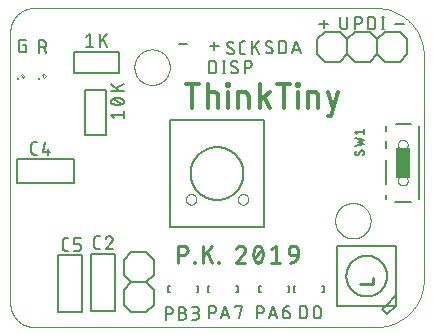
<source format=gto>
G75*
%MOIN*%
%OFA0B0*%
%FSLAX25Y25*%
%IPPOS*%
%LPD*%
%AMOC8*
5,1,8,0,0,1.08239X$1,22.5*
%
%ADD10C,0.00000*%
%ADD11C,0.01000*%
%ADD12C,0.01300*%
%ADD13C,0.00800*%
%ADD14C,0.00500*%
%ADD15C,0.00600*%
%ADD16C,0.01100*%
%ADD17C,0.00250*%
%ADD18C,0.00984*%
%ADD19R,0.05000X0.10000*%
%ADD20C,0.00787*%
D10*
X0025122Y0017048D02*
X0139295Y0017048D01*
X0139676Y0017053D01*
X0140056Y0017066D01*
X0140436Y0017089D01*
X0140815Y0017122D01*
X0141193Y0017163D01*
X0141570Y0017213D01*
X0141946Y0017273D01*
X0142321Y0017341D01*
X0142693Y0017419D01*
X0143064Y0017506D01*
X0143432Y0017601D01*
X0143798Y0017706D01*
X0144161Y0017819D01*
X0144522Y0017941D01*
X0144879Y0018071D01*
X0145233Y0018211D01*
X0145584Y0018358D01*
X0145931Y0018515D01*
X0146274Y0018679D01*
X0146613Y0018852D01*
X0146948Y0019033D01*
X0147279Y0019222D01*
X0147604Y0019419D01*
X0147925Y0019623D01*
X0148241Y0019836D01*
X0148551Y0020056D01*
X0148857Y0020283D01*
X0149156Y0020518D01*
X0149450Y0020760D01*
X0149738Y0021008D01*
X0150020Y0021264D01*
X0150295Y0021527D01*
X0150564Y0021796D01*
X0150827Y0022071D01*
X0151083Y0022353D01*
X0151331Y0022641D01*
X0151573Y0022935D01*
X0151808Y0023234D01*
X0152035Y0023540D01*
X0152255Y0023850D01*
X0152468Y0024166D01*
X0152672Y0024487D01*
X0152869Y0024812D01*
X0153058Y0025143D01*
X0153239Y0025478D01*
X0153412Y0025817D01*
X0153576Y0026160D01*
X0153733Y0026507D01*
X0153880Y0026858D01*
X0154020Y0027212D01*
X0154150Y0027569D01*
X0154272Y0027930D01*
X0154385Y0028293D01*
X0154490Y0028659D01*
X0154585Y0029027D01*
X0154672Y0029398D01*
X0154750Y0029770D01*
X0154818Y0030145D01*
X0154878Y0030521D01*
X0154928Y0030898D01*
X0154969Y0031276D01*
X0155002Y0031655D01*
X0155025Y0032035D01*
X0155038Y0032415D01*
X0155043Y0032796D01*
X0155043Y0107599D01*
X0155038Y0107980D01*
X0155025Y0108360D01*
X0155002Y0108740D01*
X0154969Y0109119D01*
X0154928Y0109497D01*
X0154878Y0109874D01*
X0154818Y0110250D01*
X0154750Y0110625D01*
X0154672Y0110997D01*
X0154585Y0111368D01*
X0154490Y0111736D01*
X0154385Y0112102D01*
X0154272Y0112465D01*
X0154150Y0112826D01*
X0154020Y0113183D01*
X0153880Y0113537D01*
X0153733Y0113888D01*
X0153576Y0114235D01*
X0153412Y0114578D01*
X0153239Y0114917D01*
X0153058Y0115252D01*
X0152869Y0115583D01*
X0152672Y0115908D01*
X0152468Y0116229D01*
X0152255Y0116545D01*
X0152035Y0116855D01*
X0151808Y0117161D01*
X0151573Y0117460D01*
X0151331Y0117754D01*
X0151083Y0118042D01*
X0150827Y0118324D01*
X0150564Y0118599D01*
X0150295Y0118868D01*
X0150020Y0119131D01*
X0149738Y0119387D01*
X0149450Y0119635D01*
X0149156Y0119877D01*
X0148857Y0120112D01*
X0148551Y0120339D01*
X0148241Y0120559D01*
X0147925Y0120772D01*
X0147604Y0120976D01*
X0147279Y0121173D01*
X0146948Y0121362D01*
X0146613Y0121543D01*
X0146274Y0121716D01*
X0145931Y0121880D01*
X0145584Y0122037D01*
X0145233Y0122184D01*
X0144879Y0122324D01*
X0144522Y0122454D01*
X0144161Y0122576D01*
X0143798Y0122689D01*
X0143432Y0122794D01*
X0143064Y0122889D01*
X0142693Y0122976D01*
X0142321Y0123054D01*
X0141946Y0123122D01*
X0141570Y0123182D01*
X0141193Y0123232D01*
X0140815Y0123273D01*
X0140436Y0123306D01*
X0140056Y0123329D01*
X0139676Y0123342D01*
X0139295Y0123347D01*
X0025122Y0123347D01*
X0024932Y0123345D01*
X0024742Y0123338D01*
X0024552Y0123326D01*
X0024362Y0123310D01*
X0024173Y0123290D01*
X0023984Y0123264D01*
X0023796Y0123235D01*
X0023609Y0123200D01*
X0023423Y0123161D01*
X0023238Y0123118D01*
X0023053Y0123070D01*
X0022870Y0123018D01*
X0022689Y0122962D01*
X0022509Y0122901D01*
X0022330Y0122835D01*
X0022153Y0122766D01*
X0021977Y0122692D01*
X0021804Y0122614D01*
X0021632Y0122531D01*
X0021463Y0122445D01*
X0021295Y0122355D01*
X0021130Y0122260D01*
X0020967Y0122162D01*
X0020807Y0122059D01*
X0020649Y0121953D01*
X0020494Y0121843D01*
X0020341Y0121730D01*
X0020191Y0121612D01*
X0020045Y0121491D01*
X0019901Y0121367D01*
X0019760Y0121239D01*
X0019622Y0121108D01*
X0019487Y0120973D01*
X0019356Y0120835D01*
X0019228Y0120694D01*
X0019104Y0120550D01*
X0018983Y0120404D01*
X0018865Y0120254D01*
X0018752Y0120101D01*
X0018642Y0119946D01*
X0018536Y0119788D01*
X0018433Y0119628D01*
X0018335Y0119465D01*
X0018240Y0119300D01*
X0018150Y0119132D01*
X0018064Y0118963D01*
X0017981Y0118791D01*
X0017903Y0118618D01*
X0017829Y0118442D01*
X0017760Y0118265D01*
X0017694Y0118086D01*
X0017633Y0117906D01*
X0017577Y0117725D01*
X0017525Y0117542D01*
X0017477Y0117357D01*
X0017434Y0117172D01*
X0017395Y0116986D01*
X0017360Y0116799D01*
X0017331Y0116611D01*
X0017305Y0116422D01*
X0017285Y0116233D01*
X0017269Y0116043D01*
X0017257Y0115853D01*
X0017250Y0115663D01*
X0017248Y0115473D01*
X0017248Y0024922D01*
X0017250Y0024732D01*
X0017257Y0024542D01*
X0017269Y0024352D01*
X0017285Y0024162D01*
X0017305Y0023973D01*
X0017331Y0023784D01*
X0017360Y0023596D01*
X0017395Y0023409D01*
X0017434Y0023223D01*
X0017477Y0023038D01*
X0017525Y0022853D01*
X0017577Y0022670D01*
X0017633Y0022489D01*
X0017694Y0022309D01*
X0017760Y0022130D01*
X0017829Y0021953D01*
X0017903Y0021777D01*
X0017981Y0021604D01*
X0018064Y0021432D01*
X0018150Y0021263D01*
X0018240Y0021095D01*
X0018335Y0020930D01*
X0018433Y0020767D01*
X0018536Y0020607D01*
X0018642Y0020449D01*
X0018752Y0020294D01*
X0018865Y0020141D01*
X0018983Y0019991D01*
X0019104Y0019845D01*
X0019228Y0019701D01*
X0019356Y0019560D01*
X0019487Y0019422D01*
X0019622Y0019287D01*
X0019760Y0019156D01*
X0019901Y0019028D01*
X0020045Y0018904D01*
X0020191Y0018783D01*
X0020341Y0018665D01*
X0020494Y0018552D01*
X0020649Y0018442D01*
X0020807Y0018336D01*
X0020967Y0018233D01*
X0021130Y0018135D01*
X0021295Y0018040D01*
X0021463Y0017950D01*
X0021632Y0017864D01*
X0021804Y0017781D01*
X0021977Y0017703D01*
X0022153Y0017629D01*
X0022330Y0017560D01*
X0022509Y0017494D01*
X0022689Y0017433D01*
X0022870Y0017377D01*
X0023053Y0017325D01*
X0023238Y0017277D01*
X0023423Y0017234D01*
X0023609Y0017195D01*
X0023796Y0017160D01*
X0023984Y0017131D01*
X0024173Y0017105D01*
X0024362Y0017085D01*
X0024552Y0017069D01*
X0024742Y0017057D01*
X0024932Y0017050D01*
X0025122Y0017048D01*
X0075712Y0059585D02*
X0075714Y0059669D01*
X0075720Y0059752D01*
X0075730Y0059835D01*
X0075744Y0059918D01*
X0075761Y0060000D01*
X0075783Y0060081D01*
X0075808Y0060160D01*
X0075837Y0060239D01*
X0075870Y0060316D01*
X0075906Y0060391D01*
X0075946Y0060465D01*
X0075989Y0060537D01*
X0076036Y0060606D01*
X0076086Y0060673D01*
X0076139Y0060738D01*
X0076195Y0060800D01*
X0076253Y0060860D01*
X0076315Y0060917D01*
X0076379Y0060970D01*
X0076446Y0061021D01*
X0076515Y0061068D01*
X0076586Y0061113D01*
X0076659Y0061153D01*
X0076734Y0061190D01*
X0076811Y0061224D01*
X0076889Y0061254D01*
X0076968Y0061280D01*
X0077049Y0061303D01*
X0077131Y0061321D01*
X0077213Y0061336D01*
X0077296Y0061347D01*
X0077379Y0061354D01*
X0077463Y0061357D01*
X0077547Y0061356D01*
X0077630Y0061351D01*
X0077714Y0061342D01*
X0077796Y0061329D01*
X0077878Y0061313D01*
X0077959Y0061292D01*
X0078040Y0061268D01*
X0078118Y0061240D01*
X0078196Y0061208D01*
X0078272Y0061172D01*
X0078346Y0061133D01*
X0078418Y0061091D01*
X0078488Y0061045D01*
X0078556Y0060996D01*
X0078621Y0060944D01*
X0078684Y0060889D01*
X0078744Y0060831D01*
X0078802Y0060770D01*
X0078856Y0060706D01*
X0078908Y0060640D01*
X0078956Y0060572D01*
X0079001Y0060501D01*
X0079042Y0060428D01*
X0079081Y0060354D01*
X0079115Y0060278D01*
X0079146Y0060200D01*
X0079173Y0060121D01*
X0079197Y0060040D01*
X0079216Y0059959D01*
X0079232Y0059877D01*
X0079244Y0059794D01*
X0079252Y0059710D01*
X0079256Y0059627D01*
X0079256Y0059543D01*
X0079252Y0059460D01*
X0079244Y0059376D01*
X0079232Y0059293D01*
X0079216Y0059211D01*
X0079197Y0059130D01*
X0079173Y0059049D01*
X0079146Y0058970D01*
X0079115Y0058892D01*
X0079081Y0058816D01*
X0079042Y0058742D01*
X0079001Y0058669D01*
X0078956Y0058598D01*
X0078908Y0058530D01*
X0078856Y0058464D01*
X0078802Y0058400D01*
X0078744Y0058339D01*
X0078684Y0058281D01*
X0078621Y0058226D01*
X0078556Y0058174D01*
X0078488Y0058125D01*
X0078418Y0058079D01*
X0078346Y0058037D01*
X0078272Y0057998D01*
X0078196Y0057962D01*
X0078118Y0057930D01*
X0078040Y0057902D01*
X0077959Y0057878D01*
X0077878Y0057857D01*
X0077796Y0057841D01*
X0077714Y0057828D01*
X0077630Y0057819D01*
X0077547Y0057814D01*
X0077463Y0057813D01*
X0077379Y0057816D01*
X0077296Y0057823D01*
X0077213Y0057834D01*
X0077131Y0057849D01*
X0077049Y0057867D01*
X0076968Y0057890D01*
X0076889Y0057916D01*
X0076811Y0057946D01*
X0076734Y0057980D01*
X0076659Y0058017D01*
X0076586Y0058057D01*
X0076515Y0058102D01*
X0076446Y0058149D01*
X0076379Y0058200D01*
X0076315Y0058253D01*
X0076253Y0058310D01*
X0076195Y0058370D01*
X0076139Y0058432D01*
X0076086Y0058497D01*
X0076036Y0058564D01*
X0075989Y0058633D01*
X0075946Y0058705D01*
X0075906Y0058779D01*
X0075870Y0058854D01*
X0075837Y0058931D01*
X0075808Y0059010D01*
X0075783Y0059089D01*
X0075761Y0059170D01*
X0075744Y0059252D01*
X0075730Y0059335D01*
X0075720Y0059418D01*
X0075714Y0059501D01*
X0075712Y0059585D01*
X0093035Y0059587D02*
X0093037Y0059671D01*
X0093043Y0059754D01*
X0093053Y0059837D01*
X0093067Y0059920D01*
X0093084Y0060002D01*
X0093106Y0060083D01*
X0093131Y0060162D01*
X0093160Y0060241D01*
X0093193Y0060318D01*
X0093229Y0060393D01*
X0093269Y0060467D01*
X0093312Y0060539D01*
X0093359Y0060608D01*
X0093409Y0060675D01*
X0093462Y0060740D01*
X0093518Y0060802D01*
X0093576Y0060862D01*
X0093638Y0060919D01*
X0093702Y0060972D01*
X0093769Y0061023D01*
X0093838Y0061070D01*
X0093909Y0061115D01*
X0093982Y0061155D01*
X0094057Y0061192D01*
X0094134Y0061226D01*
X0094212Y0061256D01*
X0094291Y0061282D01*
X0094372Y0061305D01*
X0094454Y0061323D01*
X0094536Y0061338D01*
X0094619Y0061349D01*
X0094702Y0061356D01*
X0094786Y0061359D01*
X0094870Y0061358D01*
X0094953Y0061353D01*
X0095037Y0061344D01*
X0095119Y0061331D01*
X0095201Y0061315D01*
X0095282Y0061294D01*
X0095363Y0061270D01*
X0095441Y0061242D01*
X0095519Y0061210D01*
X0095595Y0061174D01*
X0095669Y0061135D01*
X0095741Y0061093D01*
X0095811Y0061047D01*
X0095879Y0060998D01*
X0095944Y0060946D01*
X0096007Y0060891D01*
X0096067Y0060833D01*
X0096125Y0060772D01*
X0096179Y0060708D01*
X0096231Y0060642D01*
X0096279Y0060574D01*
X0096324Y0060503D01*
X0096365Y0060430D01*
X0096404Y0060356D01*
X0096438Y0060280D01*
X0096469Y0060202D01*
X0096496Y0060123D01*
X0096520Y0060042D01*
X0096539Y0059961D01*
X0096555Y0059879D01*
X0096567Y0059796D01*
X0096575Y0059712D01*
X0096579Y0059629D01*
X0096579Y0059545D01*
X0096575Y0059462D01*
X0096567Y0059378D01*
X0096555Y0059295D01*
X0096539Y0059213D01*
X0096520Y0059132D01*
X0096496Y0059051D01*
X0096469Y0058972D01*
X0096438Y0058894D01*
X0096404Y0058818D01*
X0096365Y0058744D01*
X0096324Y0058671D01*
X0096279Y0058600D01*
X0096231Y0058532D01*
X0096179Y0058466D01*
X0096125Y0058402D01*
X0096067Y0058341D01*
X0096007Y0058283D01*
X0095944Y0058228D01*
X0095879Y0058176D01*
X0095811Y0058127D01*
X0095741Y0058081D01*
X0095669Y0058039D01*
X0095595Y0058000D01*
X0095519Y0057964D01*
X0095441Y0057932D01*
X0095363Y0057904D01*
X0095282Y0057880D01*
X0095201Y0057859D01*
X0095119Y0057843D01*
X0095037Y0057830D01*
X0094953Y0057821D01*
X0094870Y0057816D01*
X0094786Y0057815D01*
X0094702Y0057818D01*
X0094619Y0057825D01*
X0094536Y0057836D01*
X0094454Y0057851D01*
X0094372Y0057869D01*
X0094291Y0057892D01*
X0094212Y0057918D01*
X0094134Y0057948D01*
X0094057Y0057982D01*
X0093982Y0058019D01*
X0093909Y0058059D01*
X0093838Y0058104D01*
X0093769Y0058151D01*
X0093702Y0058202D01*
X0093638Y0058255D01*
X0093576Y0058312D01*
X0093518Y0058372D01*
X0093462Y0058434D01*
X0093409Y0058499D01*
X0093359Y0058566D01*
X0093312Y0058635D01*
X0093269Y0058707D01*
X0093229Y0058781D01*
X0093193Y0058856D01*
X0093160Y0058933D01*
X0093131Y0059012D01*
X0093106Y0059091D01*
X0093084Y0059172D01*
X0093067Y0059254D01*
X0093053Y0059337D01*
X0093043Y0059420D01*
X0093037Y0059503D01*
X0093035Y0059587D01*
X0125515Y0052481D02*
X0125517Y0052634D01*
X0125523Y0052788D01*
X0125533Y0052941D01*
X0125547Y0053093D01*
X0125565Y0053246D01*
X0125587Y0053397D01*
X0125612Y0053548D01*
X0125642Y0053699D01*
X0125676Y0053849D01*
X0125713Y0053997D01*
X0125754Y0054145D01*
X0125799Y0054291D01*
X0125848Y0054437D01*
X0125901Y0054581D01*
X0125957Y0054723D01*
X0126017Y0054864D01*
X0126081Y0055004D01*
X0126148Y0055142D01*
X0126219Y0055278D01*
X0126294Y0055412D01*
X0126371Y0055544D01*
X0126453Y0055674D01*
X0126537Y0055802D01*
X0126625Y0055928D01*
X0126716Y0056051D01*
X0126810Y0056172D01*
X0126908Y0056290D01*
X0127008Y0056406D01*
X0127112Y0056519D01*
X0127218Y0056630D01*
X0127327Y0056738D01*
X0127439Y0056843D01*
X0127553Y0056944D01*
X0127671Y0057043D01*
X0127790Y0057139D01*
X0127912Y0057232D01*
X0128037Y0057321D01*
X0128164Y0057408D01*
X0128293Y0057490D01*
X0128424Y0057570D01*
X0128557Y0057646D01*
X0128692Y0057719D01*
X0128829Y0057788D01*
X0128968Y0057853D01*
X0129108Y0057915D01*
X0129250Y0057973D01*
X0129393Y0058028D01*
X0129538Y0058079D01*
X0129684Y0058126D01*
X0129831Y0058169D01*
X0129979Y0058208D01*
X0130128Y0058244D01*
X0130278Y0058275D01*
X0130429Y0058303D01*
X0130580Y0058327D01*
X0130733Y0058347D01*
X0130885Y0058363D01*
X0131038Y0058375D01*
X0131191Y0058383D01*
X0131344Y0058387D01*
X0131498Y0058387D01*
X0131651Y0058383D01*
X0131804Y0058375D01*
X0131957Y0058363D01*
X0132109Y0058347D01*
X0132262Y0058327D01*
X0132413Y0058303D01*
X0132564Y0058275D01*
X0132714Y0058244D01*
X0132863Y0058208D01*
X0133011Y0058169D01*
X0133158Y0058126D01*
X0133304Y0058079D01*
X0133449Y0058028D01*
X0133592Y0057973D01*
X0133734Y0057915D01*
X0133874Y0057853D01*
X0134013Y0057788D01*
X0134150Y0057719D01*
X0134285Y0057646D01*
X0134418Y0057570D01*
X0134549Y0057490D01*
X0134678Y0057408D01*
X0134805Y0057321D01*
X0134930Y0057232D01*
X0135052Y0057139D01*
X0135171Y0057043D01*
X0135289Y0056944D01*
X0135403Y0056843D01*
X0135515Y0056738D01*
X0135624Y0056630D01*
X0135730Y0056519D01*
X0135834Y0056406D01*
X0135934Y0056290D01*
X0136032Y0056172D01*
X0136126Y0056051D01*
X0136217Y0055928D01*
X0136305Y0055802D01*
X0136389Y0055674D01*
X0136471Y0055544D01*
X0136548Y0055412D01*
X0136623Y0055278D01*
X0136694Y0055142D01*
X0136761Y0055004D01*
X0136825Y0054864D01*
X0136885Y0054723D01*
X0136941Y0054581D01*
X0136994Y0054437D01*
X0137043Y0054291D01*
X0137088Y0054145D01*
X0137129Y0053997D01*
X0137166Y0053849D01*
X0137200Y0053699D01*
X0137230Y0053548D01*
X0137255Y0053397D01*
X0137277Y0053246D01*
X0137295Y0053093D01*
X0137309Y0052941D01*
X0137319Y0052788D01*
X0137325Y0052634D01*
X0137327Y0052481D01*
X0137325Y0052328D01*
X0137319Y0052174D01*
X0137309Y0052021D01*
X0137295Y0051869D01*
X0137277Y0051716D01*
X0137255Y0051565D01*
X0137230Y0051414D01*
X0137200Y0051263D01*
X0137166Y0051113D01*
X0137129Y0050965D01*
X0137088Y0050817D01*
X0137043Y0050671D01*
X0136994Y0050525D01*
X0136941Y0050381D01*
X0136885Y0050239D01*
X0136825Y0050098D01*
X0136761Y0049958D01*
X0136694Y0049820D01*
X0136623Y0049684D01*
X0136548Y0049550D01*
X0136471Y0049418D01*
X0136389Y0049288D01*
X0136305Y0049160D01*
X0136217Y0049034D01*
X0136126Y0048911D01*
X0136032Y0048790D01*
X0135934Y0048672D01*
X0135834Y0048556D01*
X0135730Y0048443D01*
X0135624Y0048332D01*
X0135515Y0048224D01*
X0135403Y0048119D01*
X0135289Y0048018D01*
X0135171Y0047919D01*
X0135052Y0047823D01*
X0134930Y0047730D01*
X0134805Y0047641D01*
X0134678Y0047554D01*
X0134549Y0047472D01*
X0134418Y0047392D01*
X0134285Y0047316D01*
X0134150Y0047243D01*
X0134013Y0047174D01*
X0133874Y0047109D01*
X0133734Y0047047D01*
X0133592Y0046989D01*
X0133449Y0046934D01*
X0133304Y0046883D01*
X0133158Y0046836D01*
X0133011Y0046793D01*
X0132863Y0046754D01*
X0132714Y0046718D01*
X0132564Y0046687D01*
X0132413Y0046659D01*
X0132262Y0046635D01*
X0132109Y0046615D01*
X0131957Y0046599D01*
X0131804Y0046587D01*
X0131651Y0046579D01*
X0131498Y0046575D01*
X0131344Y0046575D01*
X0131191Y0046579D01*
X0131038Y0046587D01*
X0130885Y0046599D01*
X0130733Y0046615D01*
X0130580Y0046635D01*
X0130429Y0046659D01*
X0130278Y0046687D01*
X0130128Y0046718D01*
X0129979Y0046754D01*
X0129831Y0046793D01*
X0129684Y0046836D01*
X0129538Y0046883D01*
X0129393Y0046934D01*
X0129250Y0046989D01*
X0129108Y0047047D01*
X0128968Y0047109D01*
X0128829Y0047174D01*
X0128692Y0047243D01*
X0128557Y0047316D01*
X0128424Y0047392D01*
X0128293Y0047472D01*
X0128164Y0047554D01*
X0128037Y0047641D01*
X0127912Y0047730D01*
X0127790Y0047823D01*
X0127671Y0047919D01*
X0127553Y0048018D01*
X0127439Y0048119D01*
X0127327Y0048224D01*
X0127218Y0048332D01*
X0127112Y0048443D01*
X0127008Y0048556D01*
X0126908Y0048672D01*
X0126810Y0048790D01*
X0126716Y0048911D01*
X0126625Y0049034D01*
X0126537Y0049160D01*
X0126453Y0049288D01*
X0126371Y0049418D01*
X0126294Y0049550D01*
X0126219Y0049684D01*
X0126148Y0049820D01*
X0126081Y0049958D01*
X0126017Y0050098D01*
X0125957Y0050239D01*
X0125901Y0050381D01*
X0125848Y0050525D01*
X0125799Y0050671D01*
X0125754Y0050817D01*
X0125713Y0050965D01*
X0125676Y0051113D01*
X0125642Y0051263D01*
X0125612Y0051414D01*
X0125587Y0051565D01*
X0125565Y0051716D01*
X0125547Y0051869D01*
X0125533Y0052021D01*
X0125523Y0052174D01*
X0125517Y0052328D01*
X0125515Y0052481D01*
X0146475Y0065851D02*
X0146477Y0065931D01*
X0146483Y0066010D01*
X0146493Y0066089D01*
X0146507Y0066168D01*
X0146524Y0066246D01*
X0146546Y0066323D01*
X0146571Y0066398D01*
X0146601Y0066472D01*
X0146633Y0066545D01*
X0146670Y0066616D01*
X0146710Y0066685D01*
X0146753Y0066752D01*
X0146800Y0066817D01*
X0146849Y0066879D01*
X0146902Y0066939D01*
X0146958Y0066996D01*
X0147016Y0067051D01*
X0147077Y0067102D01*
X0147141Y0067150D01*
X0147207Y0067195D01*
X0147275Y0067237D01*
X0147345Y0067275D01*
X0147417Y0067309D01*
X0147490Y0067340D01*
X0147565Y0067368D01*
X0147642Y0067391D01*
X0147719Y0067411D01*
X0147797Y0067427D01*
X0147876Y0067439D01*
X0147955Y0067447D01*
X0148035Y0067451D01*
X0148115Y0067451D01*
X0148195Y0067447D01*
X0148274Y0067439D01*
X0148353Y0067427D01*
X0148431Y0067411D01*
X0148508Y0067391D01*
X0148585Y0067368D01*
X0148660Y0067340D01*
X0148733Y0067309D01*
X0148805Y0067275D01*
X0148875Y0067237D01*
X0148943Y0067195D01*
X0149009Y0067150D01*
X0149073Y0067102D01*
X0149134Y0067051D01*
X0149192Y0066996D01*
X0149248Y0066939D01*
X0149301Y0066879D01*
X0149350Y0066817D01*
X0149397Y0066752D01*
X0149440Y0066685D01*
X0149480Y0066616D01*
X0149517Y0066545D01*
X0149549Y0066472D01*
X0149579Y0066398D01*
X0149604Y0066323D01*
X0149626Y0066246D01*
X0149643Y0066168D01*
X0149657Y0066089D01*
X0149667Y0066010D01*
X0149673Y0065931D01*
X0149675Y0065851D01*
X0149673Y0065771D01*
X0149667Y0065692D01*
X0149657Y0065613D01*
X0149643Y0065534D01*
X0149626Y0065456D01*
X0149604Y0065379D01*
X0149579Y0065304D01*
X0149549Y0065230D01*
X0149517Y0065157D01*
X0149480Y0065086D01*
X0149440Y0065017D01*
X0149397Y0064950D01*
X0149350Y0064885D01*
X0149301Y0064823D01*
X0149248Y0064763D01*
X0149192Y0064706D01*
X0149134Y0064651D01*
X0149073Y0064600D01*
X0149009Y0064552D01*
X0148943Y0064507D01*
X0148875Y0064465D01*
X0148805Y0064427D01*
X0148733Y0064393D01*
X0148660Y0064362D01*
X0148585Y0064334D01*
X0148508Y0064311D01*
X0148431Y0064291D01*
X0148353Y0064275D01*
X0148274Y0064263D01*
X0148195Y0064255D01*
X0148115Y0064251D01*
X0148035Y0064251D01*
X0147955Y0064255D01*
X0147876Y0064263D01*
X0147797Y0064275D01*
X0147719Y0064291D01*
X0147642Y0064311D01*
X0147565Y0064334D01*
X0147490Y0064362D01*
X0147417Y0064393D01*
X0147345Y0064427D01*
X0147275Y0064465D01*
X0147207Y0064507D01*
X0147141Y0064552D01*
X0147077Y0064600D01*
X0147016Y0064651D01*
X0146958Y0064706D01*
X0146902Y0064763D01*
X0146849Y0064823D01*
X0146800Y0064885D01*
X0146753Y0064950D01*
X0146710Y0065017D01*
X0146670Y0065086D01*
X0146633Y0065157D01*
X0146601Y0065230D01*
X0146571Y0065304D01*
X0146546Y0065379D01*
X0146524Y0065456D01*
X0146507Y0065534D01*
X0146493Y0065613D01*
X0146483Y0065692D01*
X0146477Y0065771D01*
X0146475Y0065851D01*
X0146475Y0077851D02*
X0146477Y0077931D01*
X0146483Y0078010D01*
X0146493Y0078089D01*
X0146507Y0078168D01*
X0146524Y0078246D01*
X0146546Y0078323D01*
X0146571Y0078398D01*
X0146601Y0078472D01*
X0146633Y0078545D01*
X0146670Y0078616D01*
X0146710Y0078685D01*
X0146753Y0078752D01*
X0146800Y0078817D01*
X0146849Y0078879D01*
X0146902Y0078939D01*
X0146958Y0078996D01*
X0147016Y0079051D01*
X0147077Y0079102D01*
X0147141Y0079150D01*
X0147207Y0079195D01*
X0147275Y0079237D01*
X0147345Y0079275D01*
X0147417Y0079309D01*
X0147490Y0079340D01*
X0147565Y0079368D01*
X0147642Y0079391D01*
X0147719Y0079411D01*
X0147797Y0079427D01*
X0147876Y0079439D01*
X0147955Y0079447D01*
X0148035Y0079451D01*
X0148115Y0079451D01*
X0148195Y0079447D01*
X0148274Y0079439D01*
X0148353Y0079427D01*
X0148431Y0079411D01*
X0148508Y0079391D01*
X0148585Y0079368D01*
X0148660Y0079340D01*
X0148733Y0079309D01*
X0148805Y0079275D01*
X0148875Y0079237D01*
X0148943Y0079195D01*
X0149009Y0079150D01*
X0149073Y0079102D01*
X0149134Y0079051D01*
X0149192Y0078996D01*
X0149248Y0078939D01*
X0149301Y0078879D01*
X0149350Y0078817D01*
X0149397Y0078752D01*
X0149440Y0078685D01*
X0149480Y0078616D01*
X0149517Y0078545D01*
X0149549Y0078472D01*
X0149579Y0078398D01*
X0149604Y0078323D01*
X0149626Y0078246D01*
X0149643Y0078168D01*
X0149657Y0078089D01*
X0149667Y0078010D01*
X0149673Y0077931D01*
X0149675Y0077851D01*
X0149673Y0077771D01*
X0149667Y0077692D01*
X0149657Y0077613D01*
X0149643Y0077534D01*
X0149626Y0077456D01*
X0149604Y0077379D01*
X0149579Y0077304D01*
X0149549Y0077230D01*
X0149517Y0077157D01*
X0149480Y0077086D01*
X0149440Y0077017D01*
X0149397Y0076950D01*
X0149350Y0076885D01*
X0149301Y0076823D01*
X0149248Y0076763D01*
X0149192Y0076706D01*
X0149134Y0076651D01*
X0149073Y0076600D01*
X0149009Y0076552D01*
X0148943Y0076507D01*
X0148875Y0076465D01*
X0148805Y0076427D01*
X0148733Y0076393D01*
X0148660Y0076362D01*
X0148585Y0076334D01*
X0148508Y0076311D01*
X0148431Y0076291D01*
X0148353Y0076275D01*
X0148274Y0076263D01*
X0148195Y0076255D01*
X0148115Y0076251D01*
X0148035Y0076251D01*
X0147955Y0076255D01*
X0147876Y0076263D01*
X0147797Y0076275D01*
X0147719Y0076291D01*
X0147642Y0076311D01*
X0147565Y0076334D01*
X0147490Y0076362D01*
X0147417Y0076393D01*
X0147345Y0076427D01*
X0147275Y0076465D01*
X0147207Y0076507D01*
X0147141Y0076552D01*
X0147077Y0076600D01*
X0147016Y0076651D01*
X0146958Y0076706D01*
X0146902Y0076763D01*
X0146849Y0076823D01*
X0146800Y0076885D01*
X0146753Y0076950D01*
X0146710Y0077017D01*
X0146670Y0077086D01*
X0146633Y0077157D01*
X0146601Y0077230D01*
X0146571Y0077304D01*
X0146546Y0077379D01*
X0146524Y0077456D01*
X0146507Y0077534D01*
X0146493Y0077613D01*
X0146483Y0077692D01*
X0146477Y0077771D01*
X0146475Y0077851D01*
X0058586Y0103662D02*
X0058588Y0103815D01*
X0058594Y0103969D01*
X0058604Y0104122D01*
X0058618Y0104274D01*
X0058636Y0104427D01*
X0058658Y0104578D01*
X0058683Y0104729D01*
X0058713Y0104880D01*
X0058747Y0105030D01*
X0058784Y0105178D01*
X0058825Y0105326D01*
X0058870Y0105472D01*
X0058919Y0105618D01*
X0058972Y0105762D01*
X0059028Y0105904D01*
X0059088Y0106045D01*
X0059152Y0106185D01*
X0059219Y0106323D01*
X0059290Y0106459D01*
X0059365Y0106593D01*
X0059442Y0106725D01*
X0059524Y0106855D01*
X0059608Y0106983D01*
X0059696Y0107109D01*
X0059787Y0107232D01*
X0059881Y0107353D01*
X0059979Y0107471D01*
X0060079Y0107587D01*
X0060183Y0107700D01*
X0060289Y0107811D01*
X0060398Y0107919D01*
X0060510Y0108024D01*
X0060624Y0108125D01*
X0060742Y0108224D01*
X0060861Y0108320D01*
X0060983Y0108413D01*
X0061108Y0108502D01*
X0061235Y0108589D01*
X0061364Y0108671D01*
X0061495Y0108751D01*
X0061628Y0108827D01*
X0061763Y0108900D01*
X0061900Y0108969D01*
X0062039Y0109034D01*
X0062179Y0109096D01*
X0062321Y0109154D01*
X0062464Y0109209D01*
X0062609Y0109260D01*
X0062755Y0109307D01*
X0062902Y0109350D01*
X0063050Y0109389D01*
X0063199Y0109425D01*
X0063349Y0109456D01*
X0063500Y0109484D01*
X0063651Y0109508D01*
X0063804Y0109528D01*
X0063956Y0109544D01*
X0064109Y0109556D01*
X0064262Y0109564D01*
X0064415Y0109568D01*
X0064569Y0109568D01*
X0064722Y0109564D01*
X0064875Y0109556D01*
X0065028Y0109544D01*
X0065180Y0109528D01*
X0065333Y0109508D01*
X0065484Y0109484D01*
X0065635Y0109456D01*
X0065785Y0109425D01*
X0065934Y0109389D01*
X0066082Y0109350D01*
X0066229Y0109307D01*
X0066375Y0109260D01*
X0066520Y0109209D01*
X0066663Y0109154D01*
X0066805Y0109096D01*
X0066945Y0109034D01*
X0067084Y0108969D01*
X0067221Y0108900D01*
X0067356Y0108827D01*
X0067489Y0108751D01*
X0067620Y0108671D01*
X0067749Y0108589D01*
X0067876Y0108502D01*
X0068001Y0108413D01*
X0068123Y0108320D01*
X0068242Y0108224D01*
X0068360Y0108125D01*
X0068474Y0108024D01*
X0068586Y0107919D01*
X0068695Y0107811D01*
X0068801Y0107700D01*
X0068905Y0107587D01*
X0069005Y0107471D01*
X0069103Y0107353D01*
X0069197Y0107232D01*
X0069288Y0107109D01*
X0069376Y0106983D01*
X0069460Y0106855D01*
X0069542Y0106725D01*
X0069619Y0106593D01*
X0069694Y0106459D01*
X0069765Y0106323D01*
X0069832Y0106185D01*
X0069896Y0106045D01*
X0069956Y0105904D01*
X0070012Y0105762D01*
X0070065Y0105618D01*
X0070114Y0105472D01*
X0070159Y0105326D01*
X0070200Y0105178D01*
X0070237Y0105030D01*
X0070271Y0104880D01*
X0070301Y0104729D01*
X0070326Y0104578D01*
X0070348Y0104427D01*
X0070366Y0104274D01*
X0070380Y0104122D01*
X0070390Y0103969D01*
X0070396Y0103815D01*
X0070398Y0103662D01*
X0070396Y0103509D01*
X0070390Y0103355D01*
X0070380Y0103202D01*
X0070366Y0103050D01*
X0070348Y0102897D01*
X0070326Y0102746D01*
X0070301Y0102595D01*
X0070271Y0102444D01*
X0070237Y0102294D01*
X0070200Y0102146D01*
X0070159Y0101998D01*
X0070114Y0101852D01*
X0070065Y0101706D01*
X0070012Y0101562D01*
X0069956Y0101420D01*
X0069896Y0101279D01*
X0069832Y0101139D01*
X0069765Y0101001D01*
X0069694Y0100865D01*
X0069619Y0100731D01*
X0069542Y0100599D01*
X0069460Y0100469D01*
X0069376Y0100341D01*
X0069288Y0100215D01*
X0069197Y0100092D01*
X0069103Y0099971D01*
X0069005Y0099853D01*
X0068905Y0099737D01*
X0068801Y0099624D01*
X0068695Y0099513D01*
X0068586Y0099405D01*
X0068474Y0099300D01*
X0068360Y0099199D01*
X0068242Y0099100D01*
X0068123Y0099004D01*
X0068001Y0098911D01*
X0067876Y0098822D01*
X0067749Y0098735D01*
X0067620Y0098653D01*
X0067489Y0098573D01*
X0067356Y0098497D01*
X0067221Y0098424D01*
X0067084Y0098355D01*
X0066945Y0098290D01*
X0066805Y0098228D01*
X0066663Y0098170D01*
X0066520Y0098115D01*
X0066375Y0098064D01*
X0066229Y0098017D01*
X0066082Y0097974D01*
X0065934Y0097935D01*
X0065785Y0097899D01*
X0065635Y0097868D01*
X0065484Y0097840D01*
X0065333Y0097816D01*
X0065180Y0097796D01*
X0065028Y0097780D01*
X0064875Y0097768D01*
X0064722Y0097760D01*
X0064569Y0097756D01*
X0064415Y0097756D01*
X0064262Y0097760D01*
X0064109Y0097768D01*
X0063956Y0097780D01*
X0063804Y0097796D01*
X0063651Y0097816D01*
X0063500Y0097840D01*
X0063349Y0097868D01*
X0063199Y0097899D01*
X0063050Y0097935D01*
X0062902Y0097974D01*
X0062755Y0098017D01*
X0062609Y0098064D01*
X0062464Y0098115D01*
X0062321Y0098170D01*
X0062179Y0098228D01*
X0062039Y0098290D01*
X0061900Y0098355D01*
X0061763Y0098424D01*
X0061628Y0098497D01*
X0061495Y0098573D01*
X0061364Y0098653D01*
X0061235Y0098735D01*
X0061108Y0098822D01*
X0060983Y0098911D01*
X0060861Y0099004D01*
X0060742Y0099100D01*
X0060624Y0099199D01*
X0060510Y0099300D01*
X0060398Y0099405D01*
X0060289Y0099513D01*
X0060183Y0099624D01*
X0060079Y0099737D01*
X0059979Y0099853D01*
X0059881Y0099971D01*
X0059787Y0100092D01*
X0059696Y0100215D01*
X0059608Y0100341D01*
X0059524Y0100469D01*
X0059442Y0100599D01*
X0059365Y0100731D01*
X0059290Y0100865D01*
X0059219Y0101001D01*
X0059152Y0101139D01*
X0059088Y0101279D01*
X0059028Y0101420D01*
X0058972Y0101562D01*
X0058919Y0101706D01*
X0058870Y0101852D01*
X0058825Y0101998D01*
X0058784Y0102146D01*
X0058747Y0102294D01*
X0058713Y0102444D01*
X0058683Y0102595D01*
X0058658Y0102746D01*
X0058636Y0102897D01*
X0058618Y0103050D01*
X0058604Y0103202D01*
X0058594Y0103355D01*
X0058588Y0103509D01*
X0058586Y0103662D01*
D11*
X0073218Y0044142D02*
X0074774Y0044142D01*
X0074852Y0044140D01*
X0074929Y0044134D01*
X0075006Y0044125D01*
X0075082Y0044111D01*
X0075158Y0044094D01*
X0075233Y0044073D01*
X0075306Y0044048D01*
X0075378Y0044020D01*
X0075449Y0043988D01*
X0075518Y0043953D01*
X0075585Y0043914D01*
X0075651Y0043872D01*
X0075714Y0043826D01*
X0075774Y0043778D01*
X0075832Y0043727D01*
X0075888Y0043672D01*
X0075941Y0043616D01*
X0075991Y0043556D01*
X0076037Y0043494D01*
X0076081Y0043430D01*
X0076122Y0043364D01*
X0076159Y0043296D01*
X0076192Y0043226D01*
X0076222Y0043154D01*
X0076249Y0043082D01*
X0076272Y0043007D01*
X0076291Y0042932D01*
X0076306Y0042856D01*
X0076318Y0042779D01*
X0076326Y0042702D01*
X0076330Y0042625D01*
X0076330Y0042547D01*
X0076326Y0042470D01*
X0076318Y0042393D01*
X0076306Y0042316D01*
X0076291Y0042240D01*
X0076272Y0042165D01*
X0076249Y0042090D01*
X0076222Y0042018D01*
X0076192Y0041946D01*
X0076159Y0041876D01*
X0076122Y0041808D01*
X0076081Y0041742D01*
X0076037Y0041678D01*
X0075991Y0041616D01*
X0075941Y0041556D01*
X0075888Y0041500D01*
X0075832Y0041445D01*
X0075774Y0041394D01*
X0075714Y0041346D01*
X0075651Y0041300D01*
X0075585Y0041258D01*
X0075518Y0041219D01*
X0075449Y0041184D01*
X0075378Y0041152D01*
X0075306Y0041124D01*
X0075233Y0041099D01*
X0075158Y0041078D01*
X0075082Y0041061D01*
X0075006Y0041047D01*
X0074929Y0041038D01*
X0074852Y0041032D01*
X0074774Y0041030D01*
X0074774Y0041031D02*
X0073218Y0041031D01*
X0073218Y0038542D02*
X0073218Y0044142D01*
X0078400Y0038853D02*
X0078711Y0038853D01*
X0078711Y0038542D01*
X0078400Y0038542D01*
X0078400Y0038853D01*
X0081412Y0038542D02*
X0081412Y0044142D01*
X0082656Y0041964D02*
X0084523Y0038542D01*
X0086594Y0038542D02*
X0086905Y0038542D01*
X0086905Y0038853D01*
X0086594Y0038853D01*
X0086594Y0038542D01*
X0081412Y0040719D02*
X0084523Y0044142D01*
X0092412Y0038542D02*
X0095523Y0038542D01*
X0100909Y0039320D02*
X0100965Y0039438D01*
X0101017Y0039558D01*
X0101066Y0039679D01*
X0101112Y0039802D01*
X0101153Y0039926D01*
X0101192Y0040051D01*
X0101227Y0040177D01*
X0101258Y0040304D01*
X0101285Y0040432D01*
X0101309Y0040561D01*
X0101330Y0040690D01*
X0101346Y0040820D01*
X0101359Y0040950D01*
X0101369Y0041080D01*
X0101374Y0041211D01*
X0101376Y0041342D01*
X0098265Y0041342D02*
X0098267Y0041473D01*
X0098272Y0041604D01*
X0098282Y0041734D01*
X0098295Y0041864D01*
X0098311Y0041994D01*
X0098332Y0042123D01*
X0098356Y0042252D01*
X0098383Y0042380D01*
X0098414Y0042507D01*
X0098449Y0042633D01*
X0098488Y0042758D01*
X0098529Y0042882D01*
X0098575Y0043005D01*
X0098624Y0043126D01*
X0098676Y0043246D01*
X0098732Y0043364D01*
X0099820Y0044142D02*
X0099885Y0044140D01*
X0099950Y0044135D01*
X0100014Y0044126D01*
X0100077Y0044113D01*
X0100140Y0044097D01*
X0100202Y0044077D01*
X0100263Y0044053D01*
X0100322Y0044027D01*
X0100379Y0043997D01*
X0100435Y0043964D01*
X0100489Y0043928D01*
X0100541Y0043888D01*
X0100590Y0043846D01*
X0100637Y0043802D01*
X0100682Y0043754D01*
X0100723Y0043705D01*
X0100762Y0043652D01*
X0100798Y0043598D01*
X0100830Y0043542D01*
X0100860Y0043484D01*
X0100886Y0043425D01*
X0100909Y0043364D01*
X0101065Y0042897D02*
X0098576Y0039786D01*
X0099820Y0038542D02*
X0099885Y0038544D01*
X0099950Y0038549D01*
X0100014Y0038558D01*
X0100077Y0038571D01*
X0100140Y0038587D01*
X0100202Y0038607D01*
X0100263Y0038630D01*
X0100322Y0038657D01*
X0100379Y0038687D01*
X0100435Y0038720D01*
X0100489Y0038756D01*
X0100541Y0038796D01*
X0100590Y0038838D01*
X0100637Y0038882D01*
X0100682Y0038930D01*
X0100723Y0038979D01*
X0100762Y0039032D01*
X0100798Y0039086D01*
X0100830Y0039142D01*
X0100860Y0039200D01*
X0100886Y0039259D01*
X0100909Y0039320D01*
X0099820Y0038542D02*
X0099755Y0038544D01*
X0099690Y0038549D01*
X0099626Y0038558D01*
X0099563Y0038571D01*
X0099500Y0038587D01*
X0099438Y0038607D01*
X0099377Y0038630D01*
X0099318Y0038657D01*
X0099261Y0038687D01*
X0099205Y0038720D01*
X0099151Y0038756D01*
X0099099Y0038796D01*
X0099050Y0038838D01*
X0099003Y0038882D01*
X0098958Y0038930D01*
X0098917Y0038979D01*
X0098878Y0039032D01*
X0098842Y0039086D01*
X0098810Y0039142D01*
X0098780Y0039200D01*
X0098754Y0039259D01*
X0098731Y0039320D01*
X0101376Y0041342D02*
X0101374Y0041473D01*
X0101369Y0041604D01*
X0101359Y0041734D01*
X0101346Y0041864D01*
X0101330Y0041994D01*
X0101309Y0042123D01*
X0101285Y0042252D01*
X0101258Y0042380D01*
X0101227Y0042507D01*
X0101192Y0042633D01*
X0101153Y0042758D01*
X0101112Y0042882D01*
X0101066Y0043005D01*
X0101017Y0043126D01*
X0100965Y0043246D01*
X0100909Y0043364D01*
X0099820Y0044142D02*
X0099755Y0044140D01*
X0099690Y0044135D01*
X0099626Y0044126D01*
X0099563Y0044113D01*
X0099500Y0044097D01*
X0099438Y0044077D01*
X0099377Y0044054D01*
X0099318Y0044027D01*
X0099261Y0043997D01*
X0099205Y0043964D01*
X0099151Y0043928D01*
X0099099Y0043888D01*
X0099050Y0043846D01*
X0099003Y0043802D01*
X0098958Y0043754D01*
X0098917Y0043705D01*
X0098878Y0043652D01*
X0098842Y0043598D01*
X0098810Y0043542D01*
X0098780Y0043484D01*
X0098754Y0043425D01*
X0098731Y0043364D01*
X0095057Y0041653D02*
X0092412Y0038542D01*
X0092412Y0042897D02*
X0092439Y0042976D01*
X0092471Y0043054D01*
X0092505Y0043130D01*
X0092544Y0043205D01*
X0092586Y0043277D01*
X0092631Y0043348D01*
X0092679Y0043416D01*
X0092731Y0043482D01*
X0092785Y0043546D01*
X0092843Y0043607D01*
X0092903Y0043665D01*
X0092966Y0043721D01*
X0093031Y0043773D01*
X0093099Y0043822D01*
X0093169Y0043868D01*
X0093241Y0043911D01*
X0093315Y0043950D01*
X0093391Y0043986D01*
X0093468Y0044019D01*
X0093547Y0044047D01*
X0093627Y0044072D01*
X0093708Y0044093D01*
X0093790Y0044111D01*
X0093872Y0044124D01*
X0093956Y0044134D01*
X0094039Y0044140D01*
X0094123Y0044142D01*
X0094196Y0044140D01*
X0094269Y0044134D01*
X0094342Y0044125D01*
X0094414Y0044111D01*
X0094485Y0044094D01*
X0094556Y0044073D01*
X0094625Y0044049D01*
X0094692Y0044021D01*
X0094759Y0043989D01*
X0094823Y0043954D01*
X0094885Y0043916D01*
X0094946Y0043875D01*
X0095004Y0043830D01*
X0095060Y0043782D01*
X0095113Y0043732D01*
X0095163Y0043679D01*
X0095211Y0043623D01*
X0095256Y0043565D01*
X0095297Y0043504D01*
X0095335Y0043442D01*
X0095370Y0043378D01*
X0095402Y0043311D01*
X0095430Y0043244D01*
X0095454Y0043175D01*
X0095475Y0043104D01*
X0095492Y0043033D01*
X0095506Y0042961D01*
X0095515Y0042888D01*
X0095521Y0042815D01*
X0095523Y0042742D01*
X0095524Y0042742D02*
X0095522Y0042666D01*
X0095516Y0042590D01*
X0095507Y0042515D01*
X0095493Y0042440D01*
X0095476Y0042365D01*
X0095455Y0042292D01*
X0095431Y0042220D01*
X0095402Y0042150D01*
X0095371Y0042080D01*
X0095335Y0042013D01*
X0095297Y0041947D01*
X0095255Y0041884D01*
X0095210Y0041822D01*
X0095162Y0041763D01*
X0095111Y0041707D01*
X0095057Y0041653D01*
X0098265Y0041342D02*
X0098267Y0041211D01*
X0098272Y0041080D01*
X0098282Y0040950D01*
X0098295Y0040820D01*
X0098311Y0040690D01*
X0098332Y0040561D01*
X0098356Y0040432D01*
X0098383Y0040304D01*
X0098414Y0040177D01*
X0098449Y0040051D01*
X0098488Y0039926D01*
X0098529Y0039802D01*
X0098575Y0039679D01*
X0098624Y0039558D01*
X0098676Y0039438D01*
X0098732Y0039320D01*
X0104118Y0038542D02*
X0107229Y0038542D01*
X0105673Y0038542D02*
X0105673Y0044142D01*
X0104118Y0042897D01*
X0109970Y0042586D02*
X0109970Y0042275D01*
X0109971Y0042275D02*
X0109973Y0042205D01*
X0109979Y0042136D01*
X0109989Y0042067D01*
X0110002Y0041998D01*
X0110020Y0041931D01*
X0110041Y0041864D01*
X0110066Y0041799D01*
X0110094Y0041735D01*
X0110126Y0041673D01*
X0110162Y0041613D01*
X0110200Y0041555D01*
X0110242Y0041499D01*
X0110287Y0041446D01*
X0110335Y0041395D01*
X0110386Y0041347D01*
X0110439Y0041302D01*
X0110495Y0041260D01*
X0110553Y0041222D01*
X0110613Y0041186D01*
X0110675Y0041154D01*
X0110739Y0041126D01*
X0110804Y0041101D01*
X0110871Y0041080D01*
X0110938Y0041062D01*
X0111007Y0041049D01*
X0111076Y0041039D01*
X0111145Y0041033D01*
X0111215Y0041031D01*
X0113081Y0041031D01*
X0113081Y0042586D01*
X0113082Y0042586D02*
X0113080Y0042664D01*
X0113074Y0042741D01*
X0113065Y0042818D01*
X0113051Y0042894D01*
X0113034Y0042970D01*
X0113013Y0043045D01*
X0112988Y0043118D01*
X0112960Y0043190D01*
X0112928Y0043261D01*
X0112893Y0043330D01*
X0112854Y0043397D01*
X0112812Y0043463D01*
X0112766Y0043526D01*
X0112718Y0043586D01*
X0112667Y0043644D01*
X0112612Y0043700D01*
X0112556Y0043753D01*
X0112496Y0043803D01*
X0112434Y0043849D01*
X0112370Y0043893D01*
X0112304Y0043934D01*
X0112236Y0043971D01*
X0112166Y0044004D01*
X0112094Y0044034D01*
X0112022Y0044061D01*
X0111947Y0044084D01*
X0111872Y0044103D01*
X0111796Y0044118D01*
X0111719Y0044130D01*
X0111642Y0044138D01*
X0111565Y0044142D01*
X0111487Y0044142D01*
X0111410Y0044138D01*
X0111333Y0044130D01*
X0111256Y0044118D01*
X0111180Y0044103D01*
X0111105Y0044084D01*
X0111030Y0044061D01*
X0110958Y0044034D01*
X0110886Y0044004D01*
X0110816Y0043971D01*
X0110748Y0043934D01*
X0110682Y0043893D01*
X0110618Y0043849D01*
X0110556Y0043803D01*
X0110496Y0043753D01*
X0110440Y0043700D01*
X0110385Y0043644D01*
X0110334Y0043586D01*
X0110286Y0043526D01*
X0110240Y0043463D01*
X0110198Y0043397D01*
X0110159Y0043330D01*
X0110124Y0043261D01*
X0110092Y0043190D01*
X0110064Y0043118D01*
X0110039Y0043045D01*
X0110018Y0042970D01*
X0110001Y0042894D01*
X0109987Y0042818D01*
X0109978Y0042741D01*
X0109972Y0042664D01*
X0109970Y0042586D01*
X0113082Y0041031D02*
X0113080Y0040933D01*
X0113074Y0040836D01*
X0113065Y0040738D01*
X0113051Y0040642D01*
X0113034Y0040545D01*
X0113013Y0040450D01*
X0112989Y0040355D01*
X0112960Y0040262D01*
X0112928Y0040170D01*
X0112893Y0040079D01*
X0112853Y0039989D01*
X0112811Y0039901D01*
X0112765Y0039815D01*
X0112715Y0039731D01*
X0112663Y0039648D01*
X0112607Y0039568D01*
X0112548Y0039490D01*
X0112486Y0039415D01*
X0112421Y0039341D01*
X0112353Y0039271D01*
X0112283Y0039203D01*
X0112209Y0039138D01*
X0112134Y0039076D01*
X0112056Y0039017D01*
X0111976Y0038961D01*
X0111893Y0038909D01*
X0111809Y0038859D01*
X0111723Y0038813D01*
X0111635Y0038771D01*
X0111545Y0038731D01*
X0111454Y0038696D01*
X0111362Y0038664D01*
X0111269Y0038635D01*
X0111174Y0038611D01*
X0111079Y0038590D01*
X0110982Y0038573D01*
X0110886Y0038559D01*
X0110788Y0038550D01*
X0110691Y0038544D01*
X0110593Y0038542D01*
D12*
X0123108Y0087554D02*
X0123970Y0087554D01*
X0126555Y0095309D01*
X0123108Y0095309D02*
X0124832Y0090139D01*
X0119963Y0090139D02*
X0119963Y0094017D01*
X0119961Y0094087D01*
X0119955Y0094157D01*
X0119946Y0094226D01*
X0119933Y0094295D01*
X0119916Y0094363D01*
X0119895Y0094430D01*
X0119871Y0094496D01*
X0119843Y0094560D01*
X0119812Y0094623D01*
X0119778Y0094684D01*
X0119740Y0094743D01*
X0119699Y0094799D01*
X0119655Y0094854D01*
X0119609Y0094906D01*
X0119559Y0094956D01*
X0119507Y0095002D01*
X0119452Y0095046D01*
X0119396Y0095087D01*
X0119337Y0095125D01*
X0119276Y0095159D01*
X0119213Y0095190D01*
X0119149Y0095218D01*
X0119083Y0095242D01*
X0119016Y0095263D01*
X0118948Y0095280D01*
X0118879Y0095293D01*
X0118810Y0095302D01*
X0118740Y0095308D01*
X0118670Y0095310D01*
X0118670Y0095309D02*
X0116516Y0095309D01*
X0116516Y0090139D01*
X0113169Y0090139D02*
X0113169Y0095309D01*
X0113384Y0097463D02*
X0112953Y0097463D01*
X0112953Y0097894D01*
X0113384Y0097894D01*
X0113384Y0097463D01*
X0110505Y0097894D02*
X0106197Y0097894D01*
X0108351Y0097894D02*
X0108351Y0090139D01*
X0103831Y0090139D02*
X0101892Y0093801D01*
X0100384Y0092724D02*
X0103831Y0095309D01*
X0100384Y0097894D02*
X0100384Y0090139D01*
X0096637Y0090139D02*
X0096637Y0094017D01*
X0096635Y0094087D01*
X0096629Y0094157D01*
X0096620Y0094226D01*
X0096607Y0094295D01*
X0096590Y0094363D01*
X0096569Y0094430D01*
X0096545Y0094496D01*
X0096517Y0094560D01*
X0096486Y0094623D01*
X0096452Y0094684D01*
X0096414Y0094743D01*
X0096373Y0094799D01*
X0096329Y0094854D01*
X0096283Y0094906D01*
X0096233Y0094956D01*
X0096181Y0095002D01*
X0096126Y0095046D01*
X0096070Y0095087D01*
X0096011Y0095125D01*
X0095950Y0095159D01*
X0095887Y0095190D01*
X0095823Y0095218D01*
X0095757Y0095242D01*
X0095690Y0095263D01*
X0095622Y0095280D01*
X0095553Y0095293D01*
X0095484Y0095302D01*
X0095414Y0095308D01*
X0095344Y0095310D01*
X0095344Y0095309D02*
X0093190Y0095309D01*
X0093190Y0090139D01*
X0089843Y0090139D02*
X0089843Y0095309D01*
X0090058Y0097463D02*
X0089627Y0097463D01*
X0089627Y0097894D01*
X0090058Y0097894D01*
X0090058Y0097463D01*
X0086495Y0094017D02*
X0086495Y0090139D01*
X0083049Y0090139D02*
X0083049Y0097894D01*
X0083049Y0095309D02*
X0085203Y0095309D01*
X0085203Y0095310D02*
X0085273Y0095308D01*
X0085343Y0095302D01*
X0085412Y0095293D01*
X0085481Y0095280D01*
X0085549Y0095263D01*
X0085616Y0095242D01*
X0085682Y0095218D01*
X0085746Y0095190D01*
X0085809Y0095159D01*
X0085870Y0095125D01*
X0085929Y0095087D01*
X0085985Y0095046D01*
X0086040Y0095002D01*
X0086092Y0094956D01*
X0086142Y0094906D01*
X0086188Y0094854D01*
X0086232Y0094799D01*
X0086273Y0094743D01*
X0086311Y0094684D01*
X0086345Y0094623D01*
X0086376Y0094560D01*
X0086404Y0094496D01*
X0086428Y0094430D01*
X0086449Y0094363D01*
X0086466Y0094295D01*
X0086479Y0094226D01*
X0086488Y0094157D01*
X0086494Y0094087D01*
X0086496Y0094017D01*
X0080080Y0097894D02*
X0075772Y0097894D01*
X0077926Y0097894D02*
X0077926Y0090139D01*
D13*
X0083559Y0101618D02*
X0084725Y0101618D01*
X0083559Y0101618D02*
X0083559Y0105818D01*
X0084725Y0105818D01*
X0084725Y0105819D02*
X0084790Y0105817D01*
X0084856Y0105812D01*
X0084920Y0105803D01*
X0084985Y0105790D01*
X0085048Y0105773D01*
X0085110Y0105754D01*
X0085172Y0105730D01*
X0085231Y0105703D01*
X0085289Y0105673D01*
X0085346Y0105640D01*
X0085400Y0105604D01*
X0085453Y0105564D01*
X0085503Y0105522D01*
X0085550Y0105477D01*
X0085595Y0105430D01*
X0085637Y0105380D01*
X0085677Y0105327D01*
X0085713Y0105273D01*
X0085746Y0105216D01*
X0085776Y0105158D01*
X0085803Y0105099D01*
X0085827Y0105037D01*
X0085846Y0104975D01*
X0085863Y0104912D01*
X0085876Y0104847D01*
X0085885Y0104783D01*
X0085890Y0104717D01*
X0085892Y0104652D01*
X0085892Y0102785D01*
X0085890Y0102720D01*
X0085885Y0102654D01*
X0085876Y0102590D01*
X0085863Y0102525D01*
X0085846Y0102462D01*
X0085827Y0102400D01*
X0085803Y0102338D01*
X0085776Y0102279D01*
X0085746Y0102221D01*
X0085713Y0102164D01*
X0085677Y0102110D01*
X0085637Y0102057D01*
X0085595Y0102007D01*
X0085550Y0101960D01*
X0085503Y0101915D01*
X0085453Y0101873D01*
X0085400Y0101833D01*
X0085346Y0101797D01*
X0085289Y0101764D01*
X0085231Y0101734D01*
X0085172Y0101707D01*
X0085110Y0101683D01*
X0085048Y0101664D01*
X0084985Y0101647D01*
X0084920Y0101634D01*
X0084856Y0101625D01*
X0084790Y0101620D01*
X0084725Y0101618D01*
X0088009Y0101618D02*
X0088942Y0101618D01*
X0088475Y0101618D02*
X0088475Y0105818D01*
X0088009Y0105818D02*
X0088942Y0105818D01*
X0091342Y0104068D02*
X0092625Y0103368D01*
X0092159Y0101618D02*
X0092073Y0101620D01*
X0091986Y0101626D01*
X0091900Y0101635D01*
X0091815Y0101648D01*
X0091730Y0101665D01*
X0091646Y0101686D01*
X0091563Y0101710D01*
X0091481Y0101738D01*
X0091401Y0101770D01*
X0091321Y0101805D01*
X0091244Y0101843D01*
X0091168Y0101885D01*
X0091094Y0101930D01*
X0091023Y0101978D01*
X0090953Y0102030D01*
X0090886Y0102084D01*
X0090821Y0102141D01*
X0090759Y0102201D01*
X0092625Y0103369D02*
X0092674Y0103338D01*
X0092721Y0103304D01*
X0092766Y0103267D01*
X0092809Y0103228D01*
X0092849Y0103186D01*
X0092886Y0103142D01*
X0092921Y0103096D01*
X0092952Y0103047D01*
X0092981Y0102997D01*
X0093007Y0102945D01*
X0093029Y0102892D01*
X0093048Y0102837D01*
X0093064Y0102781D01*
X0093076Y0102725D01*
X0093085Y0102668D01*
X0093090Y0102610D01*
X0093092Y0102552D01*
X0093090Y0102491D01*
X0093084Y0102430D01*
X0093074Y0102370D01*
X0093060Y0102311D01*
X0093042Y0102252D01*
X0093021Y0102195D01*
X0092996Y0102139D01*
X0092967Y0102086D01*
X0092935Y0102034D01*
X0092899Y0101984D01*
X0092860Y0101937D01*
X0092819Y0101892D01*
X0092774Y0101851D01*
X0092727Y0101812D01*
X0092677Y0101776D01*
X0092626Y0101744D01*
X0092572Y0101715D01*
X0092516Y0101690D01*
X0092459Y0101669D01*
X0092400Y0101651D01*
X0092341Y0101637D01*
X0092281Y0101627D01*
X0092220Y0101621D01*
X0092159Y0101619D01*
X0092859Y0105468D02*
X0092794Y0105515D01*
X0092726Y0105558D01*
X0092657Y0105599D01*
X0092585Y0105636D01*
X0092512Y0105670D01*
X0092438Y0105701D01*
X0092362Y0105728D01*
X0092286Y0105752D01*
X0092208Y0105772D01*
X0092129Y0105789D01*
X0092050Y0105801D01*
X0091970Y0105811D01*
X0091889Y0105816D01*
X0091809Y0105818D01*
X0091750Y0105816D01*
X0091692Y0105811D01*
X0091634Y0105801D01*
X0091577Y0105789D01*
X0091521Y0105772D01*
X0091466Y0105752D01*
X0091412Y0105729D01*
X0091360Y0105703D01*
X0091309Y0105673D01*
X0091261Y0105640D01*
X0091214Y0105604D01*
X0091170Y0105565D01*
X0091129Y0105524D01*
X0091090Y0105480D01*
X0091054Y0105433D01*
X0091021Y0105385D01*
X0090991Y0105334D01*
X0090965Y0105282D01*
X0090942Y0105228D01*
X0090922Y0105173D01*
X0090905Y0105117D01*
X0090893Y0105060D01*
X0090883Y0105002D01*
X0090878Y0104944D01*
X0090876Y0104885D01*
X0090875Y0104885D02*
X0090877Y0104827D01*
X0090882Y0104769D01*
X0090891Y0104712D01*
X0090903Y0104656D01*
X0090919Y0104600D01*
X0090938Y0104545D01*
X0090960Y0104492D01*
X0090986Y0104440D01*
X0091015Y0104390D01*
X0091046Y0104341D01*
X0091081Y0104295D01*
X0091118Y0104251D01*
X0091158Y0104209D01*
X0091201Y0104170D01*
X0091246Y0104133D01*
X0091293Y0104099D01*
X0091342Y0104068D01*
X0095359Y0103485D02*
X0096525Y0103485D01*
X0096592Y0103487D01*
X0096658Y0103493D01*
X0096724Y0103502D01*
X0096789Y0103515D01*
X0096854Y0103532D01*
X0096917Y0103553D01*
X0096979Y0103577D01*
X0097040Y0103605D01*
X0097099Y0103636D01*
X0097156Y0103670D01*
X0097211Y0103708D01*
X0097264Y0103749D01*
X0097314Y0103792D01*
X0097362Y0103839D01*
X0097407Y0103888D01*
X0097449Y0103939D01*
X0097488Y0103993D01*
X0097524Y0104049D01*
X0097557Y0104107D01*
X0097587Y0104167D01*
X0097612Y0104229D01*
X0097635Y0104291D01*
X0097654Y0104355D01*
X0097669Y0104420D01*
X0097680Y0104486D01*
X0097688Y0104552D01*
X0097692Y0104619D01*
X0097692Y0104685D01*
X0097688Y0104752D01*
X0097680Y0104818D01*
X0097669Y0104884D01*
X0097654Y0104949D01*
X0097635Y0105013D01*
X0097612Y0105075D01*
X0097587Y0105137D01*
X0097557Y0105197D01*
X0097524Y0105255D01*
X0097488Y0105311D01*
X0097449Y0105365D01*
X0097407Y0105416D01*
X0097362Y0105465D01*
X0097314Y0105512D01*
X0097264Y0105555D01*
X0097211Y0105596D01*
X0097156Y0105634D01*
X0097099Y0105668D01*
X0097040Y0105699D01*
X0096979Y0105727D01*
X0096917Y0105751D01*
X0096854Y0105772D01*
X0096789Y0105789D01*
X0096724Y0105802D01*
X0096658Y0105811D01*
X0096592Y0105817D01*
X0096525Y0105819D01*
X0096525Y0105818D02*
X0095359Y0105818D01*
X0095359Y0101618D01*
X0095616Y0108027D02*
X0094683Y0108027D01*
X0094624Y0108029D01*
X0094566Y0108034D01*
X0094508Y0108044D01*
X0094451Y0108056D01*
X0094395Y0108073D01*
X0094340Y0108093D01*
X0094286Y0108116D01*
X0094234Y0108142D01*
X0094183Y0108172D01*
X0094135Y0108205D01*
X0094088Y0108241D01*
X0094044Y0108280D01*
X0094003Y0108321D01*
X0093964Y0108365D01*
X0093928Y0108412D01*
X0093895Y0108460D01*
X0093865Y0108511D01*
X0093839Y0108563D01*
X0093816Y0108617D01*
X0093796Y0108672D01*
X0093779Y0108728D01*
X0093767Y0108785D01*
X0093757Y0108843D01*
X0093752Y0108901D01*
X0093750Y0108960D01*
X0093750Y0111293D01*
X0093752Y0111354D01*
X0093758Y0111415D01*
X0093768Y0111475D01*
X0093782Y0111534D01*
X0093800Y0111593D01*
X0093821Y0111650D01*
X0093846Y0111706D01*
X0093875Y0111759D01*
X0093907Y0111811D01*
X0093943Y0111861D01*
X0093982Y0111908D01*
X0094023Y0111953D01*
X0094068Y0111994D01*
X0094115Y0112033D01*
X0094165Y0112069D01*
X0094216Y0112101D01*
X0094270Y0112130D01*
X0094326Y0112155D01*
X0094383Y0112176D01*
X0094442Y0112194D01*
X0094501Y0112208D01*
X0094561Y0112218D01*
X0094622Y0112224D01*
X0094683Y0112226D01*
X0094683Y0112227D02*
X0095616Y0112227D01*
X0097769Y0112227D02*
X0097769Y0108027D01*
X0097769Y0109660D02*
X0100103Y0112227D01*
X0098703Y0110593D02*
X0100103Y0108027D01*
X0104171Y0110001D02*
X0104220Y0109970D01*
X0104267Y0109936D01*
X0104312Y0109899D01*
X0104355Y0109860D01*
X0104395Y0109818D01*
X0104432Y0109774D01*
X0104467Y0109728D01*
X0104498Y0109679D01*
X0104527Y0109629D01*
X0104553Y0109577D01*
X0104575Y0109524D01*
X0104594Y0109469D01*
X0104610Y0109413D01*
X0104622Y0109357D01*
X0104631Y0109300D01*
X0104636Y0109242D01*
X0104638Y0109184D01*
X0104636Y0109123D01*
X0104630Y0109062D01*
X0104620Y0109002D01*
X0104606Y0108943D01*
X0104588Y0108884D01*
X0104567Y0108827D01*
X0104542Y0108771D01*
X0104513Y0108718D01*
X0104481Y0108666D01*
X0104445Y0108616D01*
X0104406Y0108569D01*
X0104365Y0108524D01*
X0104320Y0108483D01*
X0104273Y0108444D01*
X0104223Y0108408D01*
X0104172Y0108376D01*
X0104118Y0108347D01*
X0104062Y0108322D01*
X0104005Y0108301D01*
X0103946Y0108283D01*
X0103887Y0108269D01*
X0103827Y0108259D01*
X0103766Y0108253D01*
X0103705Y0108251D01*
X0104172Y0110001D02*
X0102888Y0110701D01*
X0103355Y0112451D02*
X0103435Y0112449D01*
X0103516Y0112444D01*
X0103596Y0112434D01*
X0103675Y0112422D01*
X0103754Y0112405D01*
X0103832Y0112385D01*
X0103908Y0112361D01*
X0103984Y0112334D01*
X0104058Y0112303D01*
X0104131Y0112269D01*
X0104203Y0112232D01*
X0104272Y0112191D01*
X0104340Y0112148D01*
X0104405Y0112101D01*
X0102888Y0110701D02*
X0102839Y0110732D01*
X0102792Y0110766D01*
X0102747Y0110803D01*
X0102704Y0110842D01*
X0102664Y0110884D01*
X0102627Y0110928D01*
X0102592Y0110974D01*
X0102561Y0111023D01*
X0102532Y0111073D01*
X0102506Y0111125D01*
X0102484Y0111178D01*
X0102465Y0111233D01*
X0102449Y0111289D01*
X0102437Y0111345D01*
X0102428Y0111402D01*
X0102423Y0111460D01*
X0102421Y0111518D01*
X0102422Y0111518D02*
X0102424Y0111577D01*
X0102429Y0111635D01*
X0102439Y0111693D01*
X0102451Y0111750D01*
X0102468Y0111806D01*
X0102488Y0111861D01*
X0102511Y0111915D01*
X0102537Y0111967D01*
X0102567Y0112018D01*
X0102600Y0112066D01*
X0102636Y0112113D01*
X0102675Y0112157D01*
X0102716Y0112198D01*
X0102760Y0112237D01*
X0102807Y0112273D01*
X0102855Y0112306D01*
X0102906Y0112336D01*
X0102958Y0112362D01*
X0103012Y0112385D01*
X0103067Y0112405D01*
X0103123Y0112422D01*
X0103180Y0112434D01*
X0103238Y0112444D01*
X0103296Y0112449D01*
X0103355Y0112451D01*
X0102305Y0108834D02*
X0102367Y0108774D01*
X0102432Y0108717D01*
X0102499Y0108663D01*
X0102569Y0108611D01*
X0102640Y0108563D01*
X0102714Y0108518D01*
X0102790Y0108476D01*
X0102867Y0108438D01*
X0102947Y0108403D01*
X0103027Y0108371D01*
X0103109Y0108343D01*
X0103192Y0108319D01*
X0103276Y0108298D01*
X0103361Y0108281D01*
X0103446Y0108268D01*
X0103532Y0108259D01*
X0103619Y0108253D01*
X0103705Y0108251D01*
X0106805Y0108251D02*
X0107972Y0108251D01*
X0108037Y0108253D01*
X0108103Y0108258D01*
X0108167Y0108267D01*
X0108232Y0108280D01*
X0108295Y0108297D01*
X0108357Y0108316D01*
X0108419Y0108340D01*
X0108478Y0108367D01*
X0108536Y0108397D01*
X0108593Y0108430D01*
X0108647Y0108466D01*
X0108700Y0108506D01*
X0108750Y0108548D01*
X0108797Y0108593D01*
X0108842Y0108640D01*
X0108884Y0108690D01*
X0108924Y0108743D01*
X0108960Y0108797D01*
X0108993Y0108854D01*
X0109023Y0108912D01*
X0109050Y0108971D01*
X0109074Y0109033D01*
X0109093Y0109095D01*
X0109110Y0109158D01*
X0109123Y0109223D01*
X0109132Y0109287D01*
X0109137Y0109353D01*
X0109139Y0109418D01*
X0109138Y0109418D02*
X0109138Y0111284D01*
X0109139Y0111284D02*
X0109137Y0111349D01*
X0109132Y0111415D01*
X0109123Y0111479D01*
X0109110Y0111544D01*
X0109093Y0111607D01*
X0109074Y0111669D01*
X0109050Y0111731D01*
X0109023Y0111790D01*
X0108993Y0111848D01*
X0108960Y0111905D01*
X0108924Y0111959D01*
X0108884Y0112012D01*
X0108842Y0112062D01*
X0108797Y0112109D01*
X0108750Y0112154D01*
X0108700Y0112196D01*
X0108647Y0112236D01*
X0108593Y0112272D01*
X0108536Y0112305D01*
X0108478Y0112335D01*
X0108419Y0112362D01*
X0108357Y0112386D01*
X0108295Y0112405D01*
X0108232Y0112422D01*
X0108167Y0112435D01*
X0108103Y0112444D01*
X0108037Y0112449D01*
X0107972Y0112451D01*
X0106805Y0112451D01*
X0106805Y0108251D01*
X0111222Y0108251D02*
X0112622Y0112451D01*
X0114022Y0108251D01*
X0113672Y0109301D02*
X0111572Y0109301D01*
X0121692Y0116729D02*
X0121692Y0119529D01*
X0120292Y0118129D02*
X0123092Y0118129D01*
X0127231Y0117455D02*
X0127231Y0120488D01*
X0129564Y0120488D02*
X0129564Y0117455D01*
X0129565Y0117455D02*
X0129563Y0117388D01*
X0129557Y0117322D01*
X0129548Y0117256D01*
X0129535Y0117191D01*
X0129518Y0117126D01*
X0129497Y0117063D01*
X0129473Y0117001D01*
X0129445Y0116940D01*
X0129414Y0116881D01*
X0129380Y0116824D01*
X0129342Y0116769D01*
X0129301Y0116716D01*
X0129258Y0116666D01*
X0129211Y0116618D01*
X0129162Y0116573D01*
X0129111Y0116531D01*
X0129057Y0116492D01*
X0129001Y0116456D01*
X0128943Y0116423D01*
X0128883Y0116393D01*
X0128821Y0116368D01*
X0128759Y0116345D01*
X0128695Y0116326D01*
X0128630Y0116311D01*
X0128564Y0116300D01*
X0128498Y0116292D01*
X0128431Y0116288D01*
X0128365Y0116288D01*
X0128298Y0116292D01*
X0128232Y0116300D01*
X0128166Y0116311D01*
X0128101Y0116326D01*
X0128037Y0116345D01*
X0127975Y0116368D01*
X0127913Y0116393D01*
X0127853Y0116423D01*
X0127795Y0116456D01*
X0127739Y0116492D01*
X0127685Y0116531D01*
X0127634Y0116573D01*
X0127585Y0116618D01*
X0127538Y0116666D01*
X0127495Y0116716D01*
X0127454Y0116769D01*
X0127416Y0116824D01*
X0127382Y0116881D01*
X0127351Y0116940D01*
X0127323Y0117001D01*
X0127299Y0117063D01*
X0127278Y0117126D01*
X0127261Y0117191D01*
X0127248Y0117256D01*
X0127239Y0117322D01*
X0127233Y0117388D01*
X0127231Y0117455D01*
X0132131Y0118155D02*
X0133298Y0118155D01*
X0133298Y0118154D02*
X0133365Y0118156D01*
X0133431Y0118162D01*
X0133497Y0118171D01*
X0133562Y0118184D01*
X0133627Y0118201D01*
X0133690Y0118222D01*
X0133752Y0118246D01*
X0133813Y0118274D01*
X0133872Y0118305D01*
X0133929Y0118339D01*
X0133984Y0118377D01*
X0134037Y0118418D01*
X0134087Y0118461D01*
X0134135Y0118508D01*
X0134180Y0118557D01*
X0134222Y0118608D01*
X0134261Y0118662D01*
X0134297Y0118718D01*
X0134330Y0118776D01*
X0134360Y0118836D01*
X0134385Y0118898D01*
X0134408Y0118960D01*
X0134427Y0119024D01*
X0134442Y0119089D01*
X0134453Y0119155D01*
X0134461Y0119221D01*
X0134465Y0119288D01*
X0134465Y0119354D01*
X0134461Y0119421D01*
X0134453Y0119487D01*
X0134442Y0119553D01*
X0134427Y0119618D01*
X0134408Y0119682D01*
X0134385Y0119744D01*
X0134360Y0119806D01*
X0134330Y0119866D01*
X0134297Y0119924D01*
X0134261Y0119980D01*
X0134222Y0120034D01*
X0134180Y0120085D01*
X0134135Y0120134D01*
X0134087Y0120181D01*
X0134037Y0120224D01*
X0133984Y0120265D01*
X0133929Y0120303D01*
X0133872Y0120337D01*
X0133813Y0120368D01*
X0133752Y0120396D01*
X0133690Y0120420D01*
X0133627Y0120441D01*
X0133562Y0120458D01*
X0133497Y0120471D01*
X0133431Y0120480D01*
X0133365Y0120486D01*
X0133298Y0120488D01*
X0132131Y0120488D01*
X0132131Y0116288D01*
X0136531Y0116288D02*
X0136531Y0120488D01*
X0137698Y0120488D01*
X0137763Y0120486D01*
X0137829Y0120481D01*
X0137893Y0120472D01*
X0137958Y0120459D01*
X0138021Y0120442D01*
X0138083Y0120423D01*
X0138145Y0120399D01*
X0138204Y0120372D01*
X0138262Y0120342D01*
X0138319Y0120309D01*
X0138373Y0120273D01*
X0138426Y0120233D01*
X0138476Y0120191D01*
X0138523Y0120146D01*
X0138568Y0120099D01*
X0138610Y0120049D01*
X0138650Y0119996D01*
X0138686Y0119942D01*
X0138719Y0119885D01*
X0138749Y0119827D01*
X0138776Y0119768D01*
X0138800Y0119706D01*
X0138819Y0119644D01*
X0138836Y0119581D01*
X0138849Y0119516D01*
X0138858Y0119452D01*
X0138863Y0119386D01*
X0138865Y0119321D01*
X0138864Y0119321D02*
X0138864Y0117455D01*
X0138865Y0117455D02*
X0138863Y0117390D01*
X0138858Y0117324D01*
X0138849Y0117260D01*
X0138836Y0117195D01*
X0138819Y0117132D01*
X0138800Y0117070D01*
X0138776Y0117008D01*
X0138749Y0116949D01*
X0138719Y0116891D01*
X0138686Y0116834D01*
X0138650Y0116780D01*
X0138610Y0116727D01*
X0138568Y0116677D01*
X0138523Y0116630D01*
X0138476Y0116585D01*
X0138426Y0116543D01*
X0138373Y0116503D01*
X0138319Y0116467D01*
X0138262Y0116434D01*
X0138204Y0116404D01*
X0138145Y0116377D01*
X0138083Y0116353D01*
X0138021Y0116334D01*
X0137958Y0116317D01*
X0137893Y0116304D01*
X0137829Y0116295D01*
X0137763Y0116290D01*
X0137698Y0116288D01*
X0136531Y0116288D01*
X0140981Y0116288D02*
X0141914Y0116288D01*
X0141448Y0116288D02*
X0141448Y0120488D01*
X0141914Y0120488D02*
X0140981Y0120488D01*
X0145514Y0118051D02*
X0148314Y0118051D01*
X0091286Y0109777D02*
X0090003Y0110477D01*
X0090469Y0112227D02*
X0090549Y0112225D01*
X0090630Y0112220D01*
X0090710Y0112210D01*
X0090789Y0112198D01*
X0090868Y0112181D01*
X0090946Y0112161D01*
X0091022Y0112137D01*
X0091098Y0112110D01*
X0091172Y0112079D01*
X0091245Y0112045D01*
X0091317Y0112008D01*
X0091386Y0111967D01*
X0091454Y0111924D01*
X0091519Y0111877D01*
X0090003Y0110476D02*
X0089954Y0110507D01*
X0089907Y0110541D01*
X0089862Y0110578D01*
X0089819Y0110617D01*
X0089779Y0110659D01*
X0089742Y0110703D01*
X0089707Y0110749D01*
X0089676Y0110798D01*
X0089647Y0110848D01*
X0089621Y0110900D01*
X0089599Y0110953D01*
X0089580Y0111008D01*
X0089564Y0111064D01*
X0089552Y0111120D01*
X0089543Y0111177D01*
X0089538Y0111235D01*
X0089536Y0111293D01*
X0089538Y0111352D01*
X0089543Y0111410D01*
X0089553Y0111468D01*
X0089565Y0111525D01*
X0089582Y0111581D01*
X0089602Y0111636D01*
X0089625Y0111690D01*
X0089651Y0111742D01*
X0089681Y0111793D01*
X0089714Y0111841D01*
X0089750Y0111888D01*
X0089789Y0111932D01*
X0089830Y0111973D01*
X0089874Y0112012D01*
X0089921Y0112048D01*
X0089969Y0112081D01*
X0090020Y0112111D01*
X0090072Y0112137D01*
X0090126Y0112160D01*
X0090181Y0112180D01*
X0090237Y0112197D01*
X0090294Y0112209D01*
X0090352Y0112219D01*
X0090410Y0112224D01*
X0090469Y0112226D01*
X0089419Y0108609D02*
X0089481Y0108549D01*
X0089546Y0108492D01*
X0089613Y0108438D01*
X0089683Y0108386D01*
X0089754Y0108338D01*
X0089828Y0108293D01*
X0089904Y0108251D01*
X0089981Y0108213D01*
X0090061Y0108178D01*
X0090141Y0108146D01*
X0090223Y0108118D01*
X0090306Y0108094D01*
X0090390Y0108073D01*
X0090475Y0108056D01*
X0090560Y0108043D01*
X0090646Y0108034D01*
X0090733Y0108028D01*
X0090819Y0108026D01*
X0090819Y0108027D02*
X0090880Y0108029D01*
X0090941Y0108035D01*
X0091001Y0108045D01*
X0091060Y0108059D01*
X0091119Y0108077D01*
X0091176Y0108098D01*
X0091232Y0108123D01*
X0091286Y0108152D01*
X0091337Y0108184D01*
X0091387Y0108220D01*
X0091434Y0108259D01*
X0091479Y0108300D01*
X0091520Y0108345D01*
X0091559Y0108392D01*
X0091595Y0108442D01*
X0091627Y0108494D01*
X0091656Y0108547D01*
X0091681Y0108603D01*
X0091702Y0108660D01*
X0091720Y0108719D01*
X0091734Y0108778D01*
X0091744Y0108838D01*
X0091750Y0108899D01*
X0091752Y0108960D01*
X0091753Y0108960D02*
X0091751Y0109018D01*
X0091746Y0109076D01*
X0091737Y0109133D01*
X0091725Y0109189D01*
X0091709Y0109245D01*
X0091690Y0109300D01*
X0091668Y0109353D01*
X0091642Y0109405D01*
X0091613Y0109455D01*
X0091582Y0109504D01*
X0091547Y0109550D01*
X0091510Y0109594D01*
X0091470Y0109636D01*
X0091427Y0109675D01*
X0091382Y0109712D01*
X0091335Y0109746D01*
X0091286Y0109777D01*
X0086694Y0110804D02*
X0083894Y0110804D01*
X0085294Y0109404D02*
X0085294Y0112204D01*
X0076181Y0111410D02*
X0073381Y0111410D01*
X0055076Y0098185D02*
X0052510Y0096785D01*
X0053443Y0095852D02*
X0050876Y0098185D01*
X0050876Y0095852D02*
X0055076Y0095852D01*
X0054493Y0091452D02*
X0054391Y0091404D01*
X0054288Y0091360D01*
X0054184Y0091319D01*
X0054078Y0091282D01*
X0053971Y0091248D01*
X0053863Y0091218D01*
X0053754Y0091191D01*
X0053645Y0091167D01*
X0053534Y0091147D01*
X0053423Y0091131D01*
X0053312Y0091118D01*
X0053200Y0091109D01*
X0053088Y0091104D01*
X0052976Y0091102D01*
X0052976Y0093435D02*
X0052864Y0093433D01*
X0052752Y0093428D01*
X0052640Y0093419D01*
X0052529Y0093406D01*
X0052418Y0093390D01*
X0052307Y0093370D01*
X0052198Y0093346D01*
X0052089Y0093319D01*
X0051981Y0093289D01*
X0051874Y0093255D01*
X0051768Y0093218D01*
X0051664Y0093177D01*
X0051561Y0093133D01*
X0051459Y0093085D01*
X0051810Y0093202D02*
X0054143Y0091335D01*
X0055076Y0092268D02*
X0055074Y0092324D01*
X0055069Y0092380D01*
X0055059Y0092436D01*
X0055047Y0092491D01*
X0055030Y0092545D01*
X0055011Y0092597D01*
X0054987Y0092649D01*
X0054961Y0092699D01*
X0054931Y0092746D01*
X0054899Y0092792D01*
X0054863Y0092836D01*
X0054824Y0092877D01*
X0054783Y0092916D01*
X0054740Y0092951D01*
X0054694Y0092984D01*
X0054646Y0093014D01*
X0054597Y0093041D01*
X0054546Y0093064D01*
X0054493Y0093084D01*
X0055076Y0092268D02*
X0055074Y0092212D01*
X0055069Y0092156D01*
X0055059Y0092100D01*
X0055047Y0092045D01*
X0055030Y0091991D01*
X0055011Y0091939D01*
X0054987Y0091887D01*
X0054961Y0091837D01*
X0054931Y0091790D01*
X0054899Y0091744D01*
X0054863Y0091700D01*
X0054824Y0091659D01*
X0054783Y0091620D01*
X0054740Y0091585D01*
X0054694Y0091552D01*
X0054646Y0091522D01*
X0054597Y0091495D01*
X0054546Y0091472D01*
X0054493Y0091452D01*
X0054493Y0093085D02*
X0054391Y0093133D01*
X0054288Y0093177D01*
X0054184Y0093218D01*
X0054078Y0093255D01*
X0053971Y0093289D01*
X0053863Y0093319D01*
X0053754Y0093346D01*
X0053645Y0093370D01*
X0053534Y0093390D01*
X0053423Y0093406D01*
X0053312Y0093419D01*
X0053200Y0093428D01*
X0053088Y0093433D01*
X0052976Y0093435D01*
X0052976Y0091102D02*
X0052864Y0091104D01*
X0052752Y0091109D01*
X0052640Y0091118D01*
X0052529Y0091131D01*
X0052418Y0091147D01*
X0052307Y0091167D01*
X0052198Y0091191D01*
X0052089Y0091218D01*
X0051981Y0091248D01*
X0051874Y0091282D01*
X0051768Y0091319D01*
X0051664Y0091360D01*
X0051561Y0091404D01*
X0051459Y0091452D01*
X0050877Y0092268D02*
X0050879Y0092324D01*
X0050884Y0092380D01*
X0050894Y0092436D01*
X0050906Y0092491D01*
X0050923Y0092545D01*
X0050942Y0092597D01*
X0050966Y0092649D01*
X0050992Y0092699D01*
X0051022Y0092746D01*
X0051054Y0092792D01*
X0051090Y0092836D01*
X0051129Y0092877D01*
X0051170Y0092916D01*
X0051213Y0092951D01*
X0051259Y0092984D01*
X0051307Y0093014D01*
X0051356Y0093041D01*
X0051407Y0093064D01*
X0051460Y0093084D01*
X0050877Y0092268D02*
X0050879Y0092212D01*
X0050884Y0092156D01*
X0050894Y0092100D01*
X0050906Y0092045D01*
X0050923Y0091991D01*
X0050942Y0091939D01*
X0050966Y0091887D01*
X0050992Y0091837D01*
X0051022Y0091790D01*
X0051055Y0091744D01*
X0051090Y0091700D01*
X0051129Y0091659D01*
X0051170Y0091620D01*
X0051213Y0091585D01*
X0051259Y0091552D01*
X0051307Y0091522D01*
X0051356Y0091495D01*
X0051407Y0091472D01*
X0051460Y0091452D01*
X0055076Y0088935D02*
X0055076Y0086602D01*
X0055076Y0087768D02*
X0050876Y0087768D01*
X0051810Y0086602D01*
X0030365Y0075468D02*
X0028032Y0075468D01*
X0028965Y0078735D01*
X0026129Y0078735D02*
X0025196Y0078735D01*
X0025196Y0078734D02*
X0025135Y0078732D01*
X0025074Y0078726D01*
X0025014Y0078716D01*
X0024955Y0078702D01*
X0024896Y0078684D01*
X0024839Y0078663D01*
X0024783Y0078638D01*
X0024729Y0078609D01*
X0024678Y0078577D01*
X0024628Y0078541D01*
X0024581Y0078502D01*
X0024536Y0078461D01*
X0024495Y0078416D01*
X0024456Y0078369D01*
X0024420Y0078319D01*
X0024388Y0078267D01*
X0024359Y0078214D01*
X0024334Y0078158D01*
X0024313Y0078101D01*
X0024295Y0078042D01*
X0024281Y0077983D01*
X0024271Y0077923D01*
X0024265Y0077862D01*
X0024263Y0077801D01*
X0024262Y0077801D02*
X0024262Y0075468D01*
X0024263Y0075468D02*
X0024265Y0075409D01*
X0024270Y0075351D01*
X0024280Y0075293D01*
X0024292Y0075236D01*
X0024309Y0075180D01*
X0024329Y0075125D01*
X0024352Y0075071D01*
X0024378Y0075019D01*
X0024408Y0074968D01*
X0024441Y0074920D01*
X0024477Y0074873D01*
X0024516Y0074829D01*
X0024557Y0074788D01*
X0024601Y0074749D01*
X0024648Y0074713D01*
X0024696Y0074680D01*
X0024747Y0074650D01*
X0024799Y0074624D01*
X0024853Y0074601D01*
X0024908Y0074581D01*
X0024964Y0074564D01*
X0025021Y0074552D01*
X0025079Y0074542D01*
X0025137Y0074537D01*
X0025196Y0074535D01*
X0026129Y0074535D01*
X0029665Y0074535D02*
X0029665Y0076401D01*
X0035638Y0046706D02*
X0036572Y0046706D01*
X0035638Y0046705D02*
X0035577Y0046703D01*
X0035516Y0046697D01*
X0035456Y0046687D01*
X0035397Y0046673D01*
X0035338Y0046655D01*
X0035281Y0046634D01*
X0035225Y0046609D01*
X0035171Y0046580D01*
X0035120Y0046548D01*
X0035070Y0046512D01*
X0035023Y0046473D01*
X0034978Y0046432D01*
X0034937Y0046387D01*
X0034898Y0046340D01*
X0034862Y0046290D01*
X0034830Y0046238D01*
X0034801Y0046185D01*
X0034776Y0046129D01*
X0034755Y0046072D01*
X0034737Y0046013D01*
X0034723Y0045954D01*
X0034713Y0045894D01*
X0034707Y0045833D01*
X0034705Y0045772D01*
X0034705Y0043439D01*
X0034707Y0043380D01*
X0034712Y0043322D01*
X0034722Y0043264D01*
X0034734Y0043207D01*
X0034751Y0043151D01*
X0034771Y0043096D01*
X0034794Y0043042D01*
X0034820Y0042990D01*
X0034850Y0042939D01*
X0034883Y0042891D01*
X0034919Y0042844D01*
X0034958Y0042800D01*
X0034999Y0042759D01*
X0035043Y0042720D01*
X0035090Y0042684D01*
X0035138Y0042651D01*
X0035189Y0042621D01*
X0035241Y0042595D01*
X0035295Y0042572D01*
X0035350Y0042552D01*
X0035406Y0042535D01*
X0035463Y0042523D01*
X0035521Y0042513D01*
X0035579Y0042508D01*
X0035638Y0042506D01*
X0036572Y0042506D01*
X0038474Y0042506D02*
X0039874Y0042506D01*
X0039933Y0042508D01*
X0039991Y0042513D01*
X0040049Y0042523D01*
X0040106Y0042535D01*
X0040162Y0042552D01*
X0040217Y0042572D01*
X0040271Y0042595D01*
X0040323Y0042621D01*
X0040374Y0042651D01*
X0040422Y0042684D01*
X0040469Y0042720D01*
X0040513Y0042759D01*
X0040554Y0042800D01*
X0040593Y0042844D01*
X0040629Y0042891D01*
X0040662Y0042939D01*
X0040692Y0042990D01*
X0040718Y0043042D01*
X0040741Y0043096D01*
X0040761Y0043151D01*
X0040778Y0043207D01*
X0040790Y0043264D01*
X0040800Y0043322D01*
X0040805Y0043380D01*
X0040807Y0043439D01*
X0040808Y0043439D02*
X0040808Y0043906D01*
X0040807Y0043906D02*
X0040805Y0043965D01*
X0040800Y0044023D01*
X0040790Y0044081D01*
X0040778Y0044138D01*
X0040761Y0044194D01*
X0040741Y0044249D01*
X0040718Y0044303D01*
X0040692Y0044355D01*
X0040662Y0044406D01*
X0040629Y0044454D01*
X0040593Y0044501D01*
X0040554Y0044545D01*
X0040513Y0044586D01*
X0040469Y0044625D01*
X0040422Y0044661D01*
X0040374Y0044694D01*
X0040323Y0044724D01*
X0040271Y0044750D01*
X0040217Y0044773D01*
X0040162Y0044793D01*
X0040106Y0044810D01*
X0040049Y0044822D01*
X0039991Y0044832D01*
X0039933Y0044837D01*
X0039874Y0044839D01*
X0038474Y0044839D01*
X0038474Y0046706D01*
X0040808Y0046706D01*
X0045222Y0046455D02*
X0045222Y0044122D01*
X0045223Y0044122D02*
X0045225Y0044063D01*
X0045230Y0044005D01*
X0045240Y0043947D01*
X0045252Y0043890D01*
X0045269Y0043834D01*
X0045289Y0043779D01*
X0045312Y0043725D01*
X0045338Y0043673D01*
X0045368Y0043622D01*
X0045401Y0043574D01*
X0045437Y0043527D01*
X0045476Y0043483D01*
X0045517Y0043442D01*
X0045561Y0043403D01*
X0045608Y0043367D01*
X0045656Y0043334D01*
X0045707Y0043304D01*
X0045759Y0043278D01*
X0045813Y0043255D01*
X0045868Y0043235D01*
X0045924Y0043218D01*
X0045981Y0043206D01*
X0046039Y0043196D01*
X0046097Y0043191D01*
X0046156Y0043189D01*
X0046156Y0043188D02*
X0047089Y0043188D01*
X0048992Y0043188D02*
X0051325Y0043188D01*
X0048992Y0043188D02*
X0050975Y0045522D01*
X0050275Y0047388D02*
X0050204Y0047386D01*
X0050134Y0047381D01*
X0050064Y0047371D01*
X0049994Y0047358D01*
X0049926Y0047342D01*
X0049858Y0047322D01*
X0049791Y0047298D01*
X0049726Y0047271D01*
X0049662Y0047241D01*
X0049600Y0047207D01*
X0049540Y0047170D01*
X0049482Y0047130D01*
X0049425Y0047087D01*
X0049372Y0047041D01*
X0049321Y0046992D01*
X0049272Y0046941D01*
X0049226Y0046887D01*
X0049183Y0046831D01*
X0049143Y0046773D01*
X0049106Y0046713D01*
X0049073Y0046650D01*
X0049042Y0046587D01*
X0049015Y0046521D01*
X0048992Y0046455D01*
X0050976Y0045521D02*
X0051022Y0045568D01*
X0051065Y0045616D01*
X0051105Y0045668D01*
X0051143Y0045721D01*
X0051177Y0045777D01*
X0051207Y0045834D01*
X0051235Y0045894D01*
X0051259Y0045954D01*
X0051279Y0046016D01*
X0051296Y0046079D01*
X0051309Y0046143D01*
X0051318Y0046208D01*
X0051324Y0046273D01*
X0051326Y0046338D01*
X0051325Y0046338D02*
X0051323Y0046401D01*
X0051317Y0046465D01*
X0051308Y0046527D01*
X0051294Y0046589D01*
X0051277Y0046650D01*
X0051257Y0046710D01*
X0051232Y0046769D01*
X0051205Y0046826D01*
X0051174Y0046881D01*
X0051139Y0046934D01*
X0051102Y0046986D01*
X0051061Y0047034D01*
X0051017Y0047080D01*
X0050971Y0047124D01*
X0050923Y0047165D01*
X0050871Y0047202D01*
X0050818Y0047237D01*
X0050763Y0047268D01*
X0050706Y0047295D01*
X0050647Y0047320D01*
X0050587Y0047340D01*
X0050526Y0047357D01*
X0050464Y0047371D01*
X0050402Y0047380D01*
X0050338Y0047386D01*
X0050275Y0047388D01*
X0047089Y0047388D02*
X0046156Y0047388D01*
X0046095Y0047386D01*
X0046034Y0047380D01*
X0045974Y0047370D01*
X0045915Y0047356D01*
X0045856Y0047338D01*
X0045799Y0047317D01*
X0045743Y0047292D01*
X0045689Y0047263D01*
X0045638Y0047231D01*
X0045588Y0047195D01*
X0045541Y0047156D01*
X0045496Y0047115D01*
X0045455Y0047070D01*
X0045416Y0047023D01*
X0045380Y0046973D01*
X0045348Y0046921D01*
X0045319Y0046868D01*
X0045294Y0046812D01*
X0045273Y0046755D01*
X0045255Y0046696D01*
X0045241Y0046637D01*
X0045231Y0046577D01*
X0045225Y0046516D01*
X0045223Y0046455D01*
X0069065Y0023735D02*
X0070232Y0023735D01*
X0069065Y0023735D02*
X0069065Y0019535D01*
X0069065Y0021401D02*
X0070232Y0021401D01*
X0070299Y0021403D01*
X0070365Y0021409D01*
X0070431Y0021418D01*
X0070496Y0021431D01*
X0070561Y0021448D01*
X0070624Y0021469D01*
X0070686Y0021493D01*
X0070747Y0021521D01*
X0070806Y0021552D01*
X0070863Y0021586D01*
X0070918Y0021624D01*
X0070971Y0021665D01*
X0071021Y0021708D01*
X0071069Y0021755D01*
X0071114Y0021804D01*
X0071156Y0021855D01*
X0071195Y0021909D01*
X0071231Y0021965D01*
X0071264Y0022023D01*
X0071294Y0022083D01*
X0071319Y0022145D01*
X0071342Y0022207D01*
X0071361Y0022271D01*
X0071376Y0022336D01*
X0071387Y0022402D01*
X0071395Y0022468D01*
X0071399Y0022535D01*
X0071399Y0022601D01*
X0071395Y0022668D01*
X0071387Y0022734D01*
X0071376Y0022800D01*
X0071361Y0022865D01*
X0071342Y0022929D01*
X0071319Y0022991D01*
X0071294Y0023053D01*
X0071264Y0023113D01*
X0071231Y0023171D01*
X0071195Y0023227D01*
X0071156Y0023281D01*
X0071114Y0023332D01*
X0071069Y0023381D01*
X0071021Y0023428D01*
X0070971Y0023471D01*
X0070918Y0023512D01*
X0070863Y0023550D01*
X0070806Y0023584D01*
X0070747Y0023615D01*
X0070686Y0023643D01*
X0070624Y0023667D01*
X0070561Y0023688D01*
X0070496Y0023705D01*
X0070431Y0023718D01*
X0070365Y0023727D01*
X0070299Y0023733D01*
X0070232Y0023735D01*
X0073565Y0023735D02*
X0074732Y0023735D01*
X0074732Y0023734D02*
X0074792Y0023732D01*
X0074851Y0023726D01*
X0074910Y0023717D01*
X0074969Y0023703D01*
X0075026Y0023686D01*
X0075082Y0023666D01*
X0075137Y0023642D01*
X0075190Y0023614D01*
X0075241Y0023583D01*
X0075290Y0023549D01*
X0075337Y0023511D01*
X0075381Y0023471D01*
X0075423Y0023428D01*
X0075461Y0023383D01*
X0075497Y0023335D01*
X0075530Y0023285D01*
X0075559Y0023233D01*
X0075585Y0023179D01*
X0075608Y0023123D01*
X0075626Y0023066D01*
X0075642Y0023009D01*
X0075653Y0022950D01*
X0075661Y0022891D01*
X0075665Y0022831D01*
X0075665Y0022771D01*
X0075661Y0022711D01*
X0075653Y0022652D01*
X0075642Y0022593D01*
X0075626Y0022536D01*
X0075608Y0022479D01*
X0075585Y0022423D01*
X0075559Y0022369D01*
X0075530Y0022317D01*
X0075497Y0022267D01*
X0075461Y0022219D01*
X0075423Y0022174D01*
X0075381Y0022131D01*
X0075337Y0022091D01*
X0075290Y0022053D01*
X0075241Y0022019D01*
X0075190Y0021988D01*
X0075137Y0021960D01*
X0075082Y0021936D01*
X0075026Y0021916D01*
X0074969Y0021899D01*
X0074910Y0021885D01*
X0074851Y0021876D01*
X0074792Y0021870D01*
X0074732Y0021868D01*
X0073565Y0021868D01*
X0074732Y0021868D02*
X0074799Y0021866D01*
X0074865Y0021860D01*
X0074931Y0021851D01*
X0074996Y0021838D01*
X0075061Y0021821D01*
X0075124Y0021800D01*
X0075186Y0021776D01*
X0075247Y0021748D01*
X0075306Y0021717D01*
X0075363Y0021683D01*
X0075418Y0021645D01*
X0075471Y0021604D01*
X0075521Y0021561D01*
X0075569Y0021514D01*
X0075614Y0021465D01*
X0075656Y0021414D01*
X0075695Y0021360D01*
X0075731Y0021304D01*
X0075764Y0021246D01*
X0075794Y0021186D01*
X0075819Y0021124D01*
X0075842Y0021062D01*
X0075861Y0020998D01*
X0075876Y0020933D01*
X0075887Y0020867D01*
X0075895Y0020801D01*
X0075899Y0020734D01*
X0075899Y0020668D01*
X0075895Y0020601D01*
X0075887Y0020535D01*
X0075876Y0020469D01*
X0075861Y0020404D01*
X0075842Y0020340D01*
X0075819Y0020278D01*
X0075794Y0020216D01*
X0075764Y0020156D01*
X0075731Y0020098D01*
X0075695Y0020042D01*
X0075656Y0019988D01*
X0075614Y0019937D01*
X0075569Y0019888D01*
X0075521Y0019841D01*
X0075471Y0019798D01*
X0075418Y0019757D01*
X0075363Y0019719D01*
X0075306Y0019685D01*
X0075247Y0019654D01*
X0075186Y0019626D01*
X0075124Y0019602D01*
X0075061Y0019581D01*
X0074996Y0019564D01*
X0074931Y0019551D01*
X0074865Y0019542D01*
X0074799Y0019536D01*
X0074732Y0019534D01*
X0074732Y0019535D02*
X0073565Y0019535D01*
X0073565Y0023735D01*
X0077815Y0023735D02*
X0079215Y0023735D01*
X0079215Y0023734D02*
X0079275Y0023732D01*
X0079334Y0023726D01*
X0079393Y0023717D01*
X0079452Y0023703D01*
X0079509Y0023686D01*
X0079565Y0023666D01*
X0079620Y0023642D01*
X0079673Y0023614D01*
X0079724Y0023583D01*
X0079773Y0023549D01*
X0079820Y0023511D01*
X0079864Y0023471D01*
X0079906Y0023428D01*
X0079944Y0023383D01*
X0079980Y0023335D01*
X0080013Y0023285D01*
X0080042Y0023233D01*
X0080068Y0023179D01*
X0080091Y0023123D01*
X0080109Y0023066D01*
X0080125Y0023009D01*
X0080136Y0022950D01*
X0080144Y0022891D01*
X0080148Y0022831D01*
X0080148Y0022771D01*
X0080144Y0022711D01*
X0080136Y0022652D01*
X0080125Y0022593D01*
X0080109Y0022536D01*
X0080091Y0022479D01*
X0080068Y0022423D01*
X0080042Y0022369D01*
X0080013Y0022317D01*
X0079980Y0022267D01*
X0079944Y0022219D01*
X0079906Y0022174D01*
X0079864Y0022131D01*
X0079820Y0022091D01*
X0079773Y0022053D01*
X0079724Y0022019D01*
X0079673Y0021988D01*
X0079620Y0021960D01*
X0079565Y0021936D01*
X0079509Y0021916D01*
X0079452Y0021899D01*
X0079393Y0021885D01*
X0079334Y0021876D01*
X0079275Y0021870D01*
X0079215Y0021868D01*
X0078282Y0021868D01*
X0078982Y0021868D02*
X0079049Y0021866D01*
X0079115Y0021860D01*
X0079181Y0021851D01*
X0079246Y0021838D01*
X0079311Y0021821D01*
X0079374Y0021800D01*
X0079436Y0021776D01*
X0079497Y0021748D01*
X0079556Y0021717D01*
X0079613Y0021683D01*
X0079668Y0021645D01*
X0079721Y0021604D01*
X0079771Y0021561D01*
X0079819Y0021514D01*
X0079864Y0021465D01*
X0079906Y0021414D01*
X0079945Y0021360D01*
X0079981Y0021304D01*
X0080014Y0021246D01*
X0080044Y0021186D01*
X0080069Y0021124D01*
X0080092Y0021062D01*
X0080111Y0020998D01*
X0080126Y0020933D01*
X0080137Y0020867D01*
X0080145Y0020801D01*
X0080149Y0020734D01*
X0080149Y0020668D01*
X0080145Y0020601D01*
X0080137Y0020535D01*
X0080126Y0020469D01*
X0080111Y0020404D01*
X0080092Y0020340D01*
X0080069Y0020278D01*
X0080044Y0020216D01*
X0080014Y0020156D01*
X0079981Y0020098D01*
X0079945Y0020042D01*
X0079906Y0019988D01*
X0079864Y0019937D01*
X0079819Y0019888D01*
X0079771Y0019841D01*
X0079721Y0019798D01*
X0079668Y0019757D01*
X0079613Y0019719D01*
X0079556Y0019685D01*
X0079497Y0019654D01*
X0079436Y0019626D01*
X0079374Y0019602D01*
X0079311Y0019581D01*
X0079246Y0019564D01*
X0079181Y0019551D01*
X0079115Y0019542D01*
X0079049Y0019536D01*
X0078982Y0019534D01*
X0078982Y0019535D02*
X0077815Y0019535D01*
X0083435Y0019928D02*
X0083435Y0024128D01*
X0084602Y0024128D01*
X0084602Y0024129D02*
X0084669Y0024127D01*
X0084735Y0024121D01*
X0084801Y0024112D01*
X0084866Y0024099D01*
X0084931Y0024082D01*
X0084994Y0024061D01*
X0085056Y0024037D01*
X0085117Y0024009D01*
X0085176Y0023978D01*
X0085233Y0023944D01*
X0085288Y0023906D01*
X0085341Y0023865D01*
X0085391Y0023822D01*
X0085439Y0023775D01*
X0085484Y0023726D01*
X0085526Y0023675D01*
X0085565Y0023621D01*
X0085601Y0023565D01*
X0085634Y0023507D01*
X0085664Y0023447D01*
X0085689Y0023385D01*
X0085712Y0023323D01*
X0085731Y0023259D01*
X0085746Y0023194D01*
X0085757Y0023128D01*
X0085765Y0023062D01*
X0085769Y0022995D01*
X0085769Y0022929D01*
X0085765Y0022862D01*
X0085757Y0022796D01*
X0085746Y0022730D01*
X0085731Y0022665D01*
X0085712Y0022601D01*
X0085689Y0022539D01*
X0085664Y0022477D01*
X0085634Y0022417D01*
X0085601Y0022359D01*
X0085565Y0022303D01*
X0085526Y0022249D01*
X0085484Y0022198D01*
X0085439Y0022149D01*
X0085391Y0022102D01*
X0085341Y0022059D01*
X0085288Y0022018D01*
X0085233Y0021980D01*
X0085176Y0021946D01*
X0085117Y0021915D01*
X0085056Y0021887D01*
X0084994Y0021863D01*
X0084931Y0021842D01*
X0084866Y0021825D01*
X0084801Y0021812D01*
X0084735Y0021803D01*
X0084669Y0021797D01*
X0084602Y0021795D01*
X0083435Y0021795D01*
X0087452Y0019928D02*
X0088852Y0024128D01*
X0090252Y0019928D01*
X0089902Y0020978D02*
X0087802Y0020978D01*
X0092185Y0023662D02*
X0092185Y0024128D01*
X0094519Y0024128D01*
X0093352Y0019928D01*
X0099380Y0019928D02*
X0099380Y0024128D01*
X0100547Y0024128D01*
X0100547Y0024129D02*
X0100614Y0024127D01*
X0100680Y0024121D01*
X0100746Y0024112D01*
X0100811Y0024099D01*
X0100876Y0024082D01*
X0100939Y0024061D01*
X0101001Y0024037D01*
X0101062Y0024009D01*
X0101121Y0023978D01*
X0101178Y0023944D01*
X0101233Y0023906D01*
X0101286Y0023865D01*
X0101336Y0023822D01*
X0101384Y0023775D01*
X0101429Y0023726D01*
X0101471Y0023675D01*
X0101510Y0023621D01*
X0101546Y0023565D01*
X0101579Y0023507D01*
X0101609Y0023447D01*
X0101634Y0023385D01*
X0101657Y0023323D01*
X0101676Y0023259D01*
X0101691Y0023194D01*
X0101702Y0023128D01*
X0101710Y0023062D01*
X0101714Y0022995D01*
X0101714Y0022929D01*
X0101710Y0022862D01*
X0101702Y0022796D01*
X0101691Y0022730D01*
X0101676Y0022665D01*
X0101657Y0022601D01*
X0101634Y0022539D01*
X0101609Y0022477D01*
X0101579Y0022417D01*
X0101546Y0022359D01*
X0101510Y0022303D01*
X0101471Y0022249D01*
X0101429Y0022198D01*
X0101384Y0022149D01*
X0101336Y0022102D01*
X0101286Y0022059D01*
X0101233Y0022018D01*
X0101178Y0021980D01*
X0101121Y0021946D01*
X0101062Y0021915D01*
X0101001Y0021887D01*
X0100939Y0021863D01*
X0100876Y0021842D01*
X0100811Y0021825D01*
X0100746Y0021812D01*
X0100680Y0021803D01*
X0100614Y0021797D01*
X0100547Y0021795D01*
X0099380Y0021795D01*
X0103397Y0019928D02*
X0104797Y0024128D01*
X0106197Y0019928D01*
X0105847Y0020978D02*
X0103747Y0020978D01*
X0108130Y0021095D02*
X0108130Y0022262D01*
X0109530Y0022262D01*
X0108130Y0022262D02*
X0108132Y0022348D01*
X0108138Y0022434D01*
X0108148Y0022520D01*
X0108162Y0022605D01*
X0108180Y0022689D01*
X0108201Y0022773D01*
X0108227Y0022855D01*
X0108256Y0022936D01*
X0108289Y0023016D01*
X0108326Y0023094D01*
X0108366Y0023170D01*
X0108410Y0023245D01*
X0108457Y0023317D01*
X0108507Y0023387D01*
X0108561Y0023455D01*
X0108617Y0023520D01*
X0108677Y0023582D01*
X0108739Y0023642D01*
X0108804Y0023698D01*
X0108872Y0023752D01*
X0108942Y0023802D01*
X0109014Y0023849D01*
X0109089Y0023893D01*
X0109165Y0023933D01*
X0109243Y0023970D01*
X0109323Y0024003D01*
X0109404Y0024032D01*
X0109486Y0024058D01*
X0109570Y0024079D01*
X0109654Y0024097D01*
X0109739Y0024111D01*
X0109825Y0024121D01*
X0109911Y0024127D01*
X0109997Y0024129D01*
X0109530Y0022261D02*
X0109589Y0022259D01*
X0109647Y0022254D01*
X0109705Y0022244D01*
X0109762Y0022232D01*
X0109818Y0022215D01*
X0109873Y0022195D01*
X0109927Y0022172D01*
X0109979Y0022146D01*
X0110030Y0022116D01*
X0110078Y0022083D01*
X0110125Y0022047D01*
X0110169Y0022008D01*
X0110210Y0021967D01*
X0110249Y0021923D01*
X0110285Y0021876D01*
X0110318Y0021828D01*
X0110348Y0021777D01*
X0110374Y0021725D01*
X0110397Y0021671D01*
X0110417Y0021616D01*
X0110434Y0021560D01*
X0110446Y0021503D01*
X0110456Y0021445D01*
X0110461Y0021387D01*
X0110463Y0021328D01*
X0110464Y0021328D02*
X0110464Y0021095D01*
X0110462Y0021028D01*
X0110456Y0020962D01*
X0110447Y0020896D01*
X0110434Y0020831D01*
X0110417Y0020766D01*
X0110396Y0020703D01*
X0110372Y0020641D01*
X0110344Y0020580D01*
X0110313Y0020521D01*
X0110279Y0020464D01*
X0110241Y0020409D01*
X0110200Y0020356D01*
X0110157Y0020306D01*
X0110110Y0020258D01*
X0110061Y0020213D01*
X0110010Y0020171D01*
X0109956Y0020132D01*
X0109900Y0020096D01*
X0109842Y0020063D01*
X0109782Y0020033D01*
X0109720Y0020008D01*
X0109658Y0019985D01*
X0109594Y0019966D01*
X0109529Y0019951D01*
X0109463Y0019940D01*
X0109397Y0019932D01*
X0109330Y0019928D01*
X0109264Y0019928D01*
X0109197Y0019932D01*
X0109131Y0019940D01*
X0109065Y0019951D01*
X0109000Y0019966D01*
X0108936Y0019985D01*
X0108874Y0020008D01*
X0108812Y0020033D01*
X0108752Y0020063D01*
X0108694Y0020096D01*
X0108638Y0020132D01*
X0108584Y0020171D01*
X0108533Y0020213D01*
X0108484Y0020258D01*
X0108437Y0020306D01*
X0108394Y0020356D01*
X0108353Y0020409D01*
X0108315Y0020464D01*
X0108281Y0020521D01*
X0108250Y0020580D01*
X0108222Y0020641D01*
X0108198Y0020703D01*
X0108177Y0020766D01*
X0108160Y0020831D01*
X0108147Y0020896D01*
X0108138Y0020962D01*
X0108132Y0021028D01*
X0108130Y0021095D01*
X0113750Y0019928D02*
X0114917Y0019928D01*
X0113750Y0019928D02*
X0113750Y0024128D01*
X0114917Y0024128D01*
X0114917Y0024129D02*
X0114982Y0024127D01*
X0115048Y0024122D01*
X0115112Y0024113D01*
X0115177Y0024100D01*
X0115240Y0024083D01*
X0115302Y0024064D01*
X0115364Y0024040D01*
X0115423Y0024013D01*
X0115481Y0023983D01*
X0115538Y0023950D01*
X0115592Y0023914D01*
X0115645Y0023874D01*
X0115695Y0023832D01*
X0115742Y0023787D01*
X0115787Y0023740D01*
X0115829Y0023690D01*
X0115869Y0023637D01*
X0115905Y0023583D01*
X0115938Y0023526D01*
X0115968Y0023468D01*
X0115995Y0023409D01*
X0116019Y0023347D01*
X0116038Y0023285D01*
X0116055Y0023222D01*
X0116068Y0023157D01*
X0116077Y0023093D01*
X0116082Y0023027D01*
X0116084Y0022962D01*
X0116084Y0021095D01*
X0116082Y0021030D01*
X0116077Y0020964D01*
X0116068Y0020900D01*
X0116055Y0020835D01*
X0116038Y0020772D01*
X0116019Y0020710D01*
X0115995Y0020648D01*
X0115968Y0020589D01*
X0115938Y0020531D01*
X0115905Y0020474D01*
X0115869Y0020420D01*
X0115829Y0020367D01*
X0115787Y0020317D01*
X0115742Y0020270D01*
X0115695Y0020225D01*
X0115645Y0020183D01*
X0115592Y0020143D01*
X0115538Y0020107D01*
X0115481Y0020074D01*
X0115423Y0020044D01*
X0115364Y0020017D01*
X0115302Y0019993D01*
X0115240Y0019974D01*
X0115177Y0019957D01*
X0115112Y0019944D01*
X0115048Y0019935D01*
X0114982Y0019930D01*
X0114917Y0019928D01*
X0118400Y0021095D02*
X0118400Y0022962D01*
X0118402Y0023029D01*
X0118408Y0023095D01*
X0118417Y0023161D01*
X0118430Y0023226D01*
X0118447Y0023291D01*
X0118468Y0023354D01*
X0118492Y0023416D01*
X0118520Y0023477D01*
X0118551Y0023536D01*
X0118585Y0023593D01*
X0118623Y0023648D01*
X0118664Y0023701D01*
X0118707Y0023751D01*
X0118754Y0023799D01*
X0118803Y0023844D01*
X0118854Y0023886D01*
X0118908Y0023925D01*
X0118964Y0023961D01*
X0119022Y0023994D01*
X0119082Y0024024D01*
X0119144Y0024049D01*
X0119206Y0024072D01*
X0119270Y0024091D01*
X0119335Y0024106D01*
X0119401Y0024117D01*
X0119467Y0024125D01*
X0119534Y0024129D01*
X0119600Y0024129D01*
X0119667Y0024125D01*
X0119733Y0024117D01*
X0119799Y0024106D01*
X0119864Y0024091D01*
X0119928Y0024072D01*
X0119990Y0024049D01*
X0120052Y0024024D01*
X0120112Y0023994D01*
X0120170Y0023961D01*
X0120226Y0023925D01*
X0120280Y0023886D01*
X0120331Y0023844D01*
X0120380Y0023799D01*
X0120427Y0023751D01*
X0120470Y0023701D01*
X0120511Y0023648D01*
X0120549Y0023593D01*
X0120583Y0023536D01*
X0120614Y0023477D01*
X0120642Y0023416D01*
X0120666Y0023354D01*
X0120687Y0023291D01*
X0120704Y0023226D01*
X0120717Y0023161D01*
X0120726Y0023095D01*
X0120732Y0023029D01*
X0120734Y0022962D01*
X0120734Y0021095D01*
X0120732Y0021028D01*
X0120726Y0020962D01*
X0120717Y0020896D01*
X0120704Y0020831D01*
X0120687Y0020766D01*
X0120666Y0020703D01*
X0120642Y0020641D01*
X0120614Y0020580D01*
X0120583Y0020521D01*
X0120549Y0020464D01*
X0120511Y0020409D01*
X0120470Y0020356D01*
X0120427Y0020306D01*
X0120380Y0020258D01*
X0120331Y0020213D01*
X0120280Y0020171D01*
X0120226Y0020132D01*
X0120170Y0020096D01*
X0120112Y0020063D01*
X0120052Y0020033D01*
X0119990Y0020008D01*
X0119928Y0019985D01*
X0119864Y0019966D01*
X0119799Y0019951D01*
X0119733Y0019940D01*
X0119667Y0019932D01*
X0119600Y0019928D01*
X0119534Y0019928D01*
X0119467Y0019932D01*
X0119401Y0019940D01*
X0119335Y0019951D01*
X0119270Y0019966D01*
X0119206Y0019985D01*
X0119144Y0020008D01*
X0119082Y0020033D01*
X0119022Y0020063D01*
X0118964Y0020096D01*
X0118908Y0020132D01*
X0118854Y0020171D01*
X0118803Y0020213D01*
X0118754Y0020258D01*
X0118707Y0020306D01*
X0118664Y0020356D01*
X0118623Y0020409D01*
X0118585Y0020464D01*
X0118551Y0020521D01*
X0118520Y0020580D01*
X0118492Y0020641D01*
X0118468Y0020703D01*
X0118447Y0020766D01*
X0118430Y0020831D01*
X0118417Y0020896D01*
X0118408Y0020962D01*
X0118402Y0021028D01*
X0118400Y0021095D01*
X0029251Y0108390D02*
X0028318Y0110257D01*
X0028085Y0110257D02*
X0026918Y0110257D01*
X0028085Y0110257D02*
X0028152Y0110259D01*
X0028218Y0110265D01*
X0028284Y0110274D01*
X0028349Y0110287D01*
X0028414Y0110304D01*
X0028477Y0110325D01*
X0028539Y0110349D01*
X0028600Y0110377D01*
X0028659Y0110408D01*
X0028716Y0110442D01*
X0028771Y0110480D01*
X0028824Y0110521D01*
X0028874Y0110564D01*
X0028922Y0110611D01*
X0028967Y0110660D01*
X0029009Y0110711D01*
X0029048Y0110765D01*
X0029084Y0110821D01*
X0029117Y0110879D01*
X0029147Y0110939D01*
X0029172Y0111001D01*
X0029195Y0111063D01*
X0029214Y0111127D01*
X0029229Y0111192D01*
X0029240Y0111258D01*
X0029248Y0111324D01*
X0029252Y0111391D01*
X0029252Y0111457D01*
X0029248Y0111524D01*
X0029240Y0111590D01*
X0029229Y0111656D01*
X0029214Y0111721D01*
X0029195Y0111785D01*
X0029172Y0111847D01*
X0029147Y0111909D01*
X0029117Y0111969D01*
X0029084Y0112027D01*
X0029048Y0112083D01*
X0029009Y0112137D01*
X0028967Y0112188D01*
X0028922Y0112237D01*
X0028874Y0112284D01*
X0028824Y0112327D01*
X0028771Y0112368D01*
X0028716Y0112406D01*
X0028659Y0112440D01*
X0028600Y0112471D01*
X0028539Y0112499D01*
X0028477Y0112523D01*
X0028414Y0112544D01*
X0028349Y0112561D01*
X0028284Y0112574D01*
X0028218Y0112583D01*
X0028152Y0112589D01*
X0028085Y0112591D01*
X0028085Y0112590D02*
X0026918Y0112590D01*
X0026918Y0108390D01*
X0022326Y0108654D02*
X0020926Y0108654D01*
X0020867Y0108656D01*
X0020809Y0108661D01*
X0020751Y0108671D01*
X0020694Y0108683D01*
X0020638Y0108700D01*
X0020583Y0108720D01*
X0020529Y0108743D01*
X0020477Y0108769D01*
X0020426Y0108799D01*
X0020378Y0108832D01*
X0020331Y0108868D01*
X0020287Y0108907D01*
X0020246Y0108948D01*
X0020207Y0108992D01*
X0020171Y0109039D01*
X0020138Y0109087D01*
X0020108Y0109138D01*
X0020082Y0109190D01*
X0020059Y0109244D01*
X0020039Y0109299D01*
X0020022Y0109355D01*
X0020010Y0109412D01*
X0020000Y0109470D01*
X0019995Y0109528D01*
X0019993Y0109587D01*
X0019993Y0111920D01*
X0019995Y0111981D01*
X0020001Y0112042D01*
X0020011Y0112102D01*
X0020025Y0112161D01*
X0020043Y0112220D01*
X0020064Y0112277D01*
X0020089Y0112333D01*
X0020118Y0112386D01*
X0020150Y0112438D01*
X0020186Y0112488D01*
X0020225Y0112535D01*
X0020266Y0112580D01*
X0020311Y0112621D01*
X0020358Y0112660D01*
X0020408Y0112696D01*
X0020459Y0112728D01*
X0020513Y0112757D01*
X0020569Y0112782D01*
X0020626Y0112803D01*
X0020685Y0112821D01*
X0020744Y0112835D01*
X0020804Y0112845D01*
X0020865Y0112851D01*
X0020926Y0112853D01*
X0020926Y0112854D02*
X0022326Y0112854D01*
X0022326Y0110987D02*
X0022326Y0108654D01*
X0022326Y0110987D02*
X0021626Y0110987D01*
X0042550Y0110519D02*
X0044883Y0110519D01*
X0043716Y0110519D02*
X0043716Y0114719D01*
X0042550Y0113786D01*
X0047300Y0114719D02*
X0047300Y0110519D01*
X0047300Y0112152D02*
X0049633Y0114719D01*
X0048233Y0113086D02*
X0049633Y0110519D01*
D14*
X0053331Y0108658D02*
X0038331Y0108658D01*
X0038331Y0101658D01*
X0053331Y0101658D01*
X0053331Y0108658D01*
X0048976Y0096202D02*
X0041976Y0096202D01*
X0041976Y0081202D01*
X0048976Y0081202D01*
X0048976Y0096202D01*
X0038362Y0073135D02*
X0038362Y0065135D01*
X0019362Y0065135D01*
X0019362Y0073135D01*
X0038362Y0073135D01*
X0041299Y0041004D02*
X0033299Y0041004D01*
X0033299Y0022004D01*
X0041299Y0022004D01*
X0041299Y0041004D01*
X0044075Y0041312D02*
X0052075Y0041312D01*
X0052075Y0022312D01*
X0044075Y0022312D01*
X0044075Y0041312D01*
X0126185Y0043898D02*
X0126185Y0024213D01*
X0142327Y0024213D01*
X0141146Y0023032D01*
X0142720Y0021457D01*
X0145870Y0024213D01*
X0142327Y0024213D01*
X0145870Y0027757D01*
X0145870Y0024213D01*
X0145870Y0027757D02*
X0145870Y0043898D01*
X0126185Y0043898D01*
X0129255Y0034056D02*
X0129257Y0034222D01*
X0129263Y0034388D01*
X0129273Y0034554D01*
X0129288Y0034720D01*
X0129306Y0034885D01*
X0129328Y0035050D01*
X0129355Y0035214D01*
X0129385Y0035377D01*
X0129420Y0035540D01*
X0129458Y0035702D01*
X0129500Y0035862D01*
X0129547Y0036022D01*
X0129597Y0036181D01*
X0129651Y0036338D01*
X0129709Y0036494D01*
X0129771Y0036648D01*
X0129836Y0036801D01*
X0129905Y0036952D01*
X0129978Y0037101D01*
X0130055Y0037249D01*
X0130135Y0037394D01*
X0130219Y0037538D01*
X0130306Y0037680D01*
X0130396Y0037819D01*
X0130490Y0037956D01*
X0130588Y0038091D01*
X0130689Y0038223D01*
X0130792Y0038353D01*
X0130899Y0038480D01*
X0131010Y0038604D01*
X0131123Y0038726D01*
X0131239Y0038845D01*
X0131358Y0038961D01*
X0131480Y0039074D01*
X0131604Y0039185D01*
X0131731Y0039292D01*
X0131861Y0039395D01*
X0131993Y0039496D01*
X0132128Y0039594D01*
X0132265Y0039688D01*
X0132404Y0039778D01*
X0132546Y0039865D01*
X0132690Y0039949D01*
X0132835Y0040029D01*
X0132983Y0040106D01*
X0133132Y0040179D01*
X0133283Y0040248D01*
X0133436Y0040313D01*
X0133590Y0040375D01*
X0133746Y0040433D01*
X0133903Y0040487D01*
X0134062Y0040537D01*
X0134222Y0040584D01*
X0134382Y0040626D01*
X0134544Y0040664D01*
X0134707Y0040699D01*
X0134870Y0040729D01*
X0135034Y0040756D01*
X0135199Y0040778D01*
X0135364Y0040796D01*
X0135530Y0040811D01*
X0135696Y0040821D01*
X0135862Y0040827D01*
X0136028Y0040829D01*
X0136194Y0040827D01*
X0136360Y0040821D01*
X0136526Y0040811D01*
X0136692Y0040796D01*
X0136857Y0040778D01*
X0137022Y0040756D01*
X0137186Y0040729D01*
X0137349Y0040699D01*
X0137512Y0040664D01*
X0137674Y0040626D01*
X0137834Y0040584D01*
X0137994Y0040537D01*
X0138153Y0040487D01*
X0138310Y0040433D01*
X0138466Y0040375D01*
X0138620Y0040313D01*
X0138773Y0040248D01*
X0138924Y0040179D01*
X0139073Y0040106D01*
X0139221Y0040029D01*
X0139366Y0039949D01*
X0139510Y0039865D01*
X0139652Y0039778D01*
X0139791Y0039688D01*
X0139928Y0039594D01*
X0140063Y0039496D01*
X0140195Y0039395D01*
X0140325Y0039292D01*
X0140452Y0039185D01*
X0140576Y0039074D01*
X0140698Y0038961D01*
X0140817Y0038845D01*
X0140933Y0038726D01*
X0141046Y0038604D01*
X0141157Y0038480D01*
X0141264Y0038353D01*
X0141367Y0038223D01*
X0141468Y0038091D01*
X0141566Y0037956D01*
X0141660Y0037819D01*
X0141750Y0037680D01*
X0141837Y0037538D01*
X0141921Y0037394D01*
X0142001Y0037249D01*
X0142078Y0037101D01*
X0142151Y0036952D01*
X0142220Y0036801D01*
X0142285Y0036648D01*
X0142347Y0036494D01*
X0142405Y0036338D01*
X0142459Y0036181D01*
X0142509Y0036022D01*
X0142556Y0035862D01*
X0142598Y0035702D01*
X0142636Y0035540D01*
X0142671Y0035377D01*
X0142701Y0035214D01*
X0142728Y0035050D01*
X0142750Y0034885D01*
X0142768Y0034720D01*
X0142783Y0034554D01*
X0142793Y0034388D01*
X0142799Y0034222D01*
X0142801Y0034056D01*
X0142799Y0033890D01*
X0142793Y0033724D01*
X0142783Y0033558D01*
X0142768Y0033392D01*
X0142750Y0033227D01*
X0142728Y0033062D01*
X0142701Y0032898D01*
X0142671Y0032735D01*
X0142636Y0032572D01*
X0142598Y0032410D01*
X0142556Y0032250D01*
X0142509Y0032090D01*
X0142459Y0031931D01*
X0142405Y0031774D01*
X0142347Y0031618D01*
X0142285Y0031464D01*
X0142220Y0031311D01*
X0142151Y0031160D01*
X0142078Y0031011D01*
X0142001Y0030863D01*
X0141921Y0030718D01*
X0141837Y0030574D01*
X0141750Y0030432D01*
X0141660Y0030293D01*
X0141566Y0030156D01*
X0141468Y0030021D01*
X0141367Y0029889D01*
X0141264Y0029759D01*
X0141157Y0029632D01*
X0141046Y0029508D01*
X0140933Y0029386D01*
X0140817Y0029267D01*
X0140698Y0029151D01*
X0140576Y0029038D01*
X0140452Y0028927D01*
X0140325Y0028820D01*
X0140195Y0028717D01*
X0140063Y0028616D01*
X0139928Y0028518D01*
X0139791Y0028424D01*
X0139652Y0028334D01*
X0139510Y0028247D01*
X0139366Y0028163D01*
X0139221Y0028083D01*
X0139073Y0028006D01*
X0138924Y0027933D01*
X0138773Y0027864D01*
X0138620Y0027799D01*
X0138466Y0027737D01*
X0138310Y0027679D01*
X0138153Y0027625D01*
X0137994Y0027575D01*
X0137834Y0027528D01*
X0137674Y0027486D01*
X0137512Y0027448D01*
X0137349Y0027413D01*
X0137186Y0027383D01*
X0137022Y0027356D01*
X0136857Y0027334D01*
X0136692Y0027316D01*
X0136526Y0027301D01*
X0136360Y0027291D01*
X0136194Y0027285D01*
X0136028Y0027283D01*
X0135862Y0027285D01*
X0135696Y0027291D01*
X0135530Y0027301D01*
X0135364Y0027316D01*
X0135199Y0027334D01*
X0135034Y0027356D01*
X0134870Y0027383D01*
X0134707Y0027413D01*
X0134544Y0027448D01*
X0134382Y0027486D01*
X0134222Y0027528D01*
X0134062Y0027575D01*
X0133903Y0027625D01*
X0133746Y0027679D01*
X0133590Y0027737D01*
X0133436Y0027799D01*
X0133283Y0027864D01*
X0133132Y0027933D01*
X0132983Y0028006D01*
X0132835Y0028083D01*
X0132690Y0028163D01*
X0132546Y0028247D01*
X0132404Y0028334D01*
X0132265Y0028424D01*
X0132128Y0028518D01*
X0131993Y0028616D01*
X0131861Y0028717D01*
X0131731Y0028820D01*
X0131604Y0028927D01*
X0131480Y0029038D01*
X0131358Y0029151D01*
X0131239Y0029267D01*
X0131123Y0029386D01*
X0131010Y0029508D01*
X0130899Y0029632D01*
X0130792Y0029759D01*
X0130689Y0029889D01*
X0130588Y0030021D01*
X0130490Y0030156D01*
X0130396Y0030293D01*
X0130306Y0030432D01*
X0130219Y0030574D01*
X0130135Y0030718D01*
X0130055Y0030863D01*
X0129978Y0031011D01*
X0129905Y0031160D01*
X0129836Y0031311D01*
X0129771Y0031464D01*
X0129709Y0031618D01*
X0129651Y0031774D01*
X0129597Y0031931D01*
X0129547Y0032090D01*
X0129500Y0032250D01*
X0129458Y0032410D01*
X0129420Y0032572D01*
X0129385Y0032735D01*
X0129355Y0032898D01*
X0129328Y0033062D01*
X0129306Y0033227D01*
X0129288Y0033392D01*
X0129273Y0033558D01*
X0129263Y0033724D01*
X0129257Y0033890D01*
X0129255Y0034056D01*
X0145319Y0058859D02*
X0150831Y0058859D01*
X0153575Y0059646D02*
X0153575Y0084056D01*
X0150831Y0084843D02*
X0145713Y0084843D01*
X0142563Y0084056D02*
X0142563Y0082481D01*
X0142563Y0078938D02*
X0142563Y0076576D01*
X0142563Y0072639D02*
X0142563Y0064765D01*
X0142563Y0061221D02*
X0142563Y0059646D01*
D15*
X0133944Y0075632D02*
X0133970Y0075672D01*
X0133999Y0075711D01*
X0134031Y0075748D01*
X0134066Y0075782D01*
X0134103Y0075813D01*
X0134142Y0075842D01*
X0134183Y0075868D01*
X0134226Y0075890D01*
X0134271Y0075909D01*
X0134317Y0075925D01*
X0134363Y0075938D01*
X0134411Y0075947D01*
X0134459Y0075952D01*
X0134508Y0075954D01*
X0134508Y0075953D02*
X0134556Y0075951D01*
X0134604Y0075946D01*
X0134651Y0075937D01*
X0134698Y0075924D01*
X0134743Y0075908D01*
X0134787Y0075889D01*
X0134830Y0075867D01*
X0134871Y0075841D01*
X0134910Y0075812D01*
X0134946Y0075781D01*
X0134980Y0075747D01*
X0135011Y0075711D01*
X0135040Y0075672D01*
X0135066Y0075631D01*
X0135088Y0075588D01*
X0135107Y0075544D01*
X0135123Y0075499D01*
X0135136Y0075452D01*
X0135145Y0075405D01*
X0135150Y0075357D01*
X0135152Y0075309D01*
X0133944Y0075631D02*
X0133461Y0074745D01*
X0132253Y0075067D02*
X0132255Y0075132D01*
X0132260Y0075196D01*
X0132269Y0075261D01*
X0132281Y0075324D01*
X0132296Y0075387D01*
X0132315Y0075449D01*
X0132337Y0075510D01*
X0132362Y0075569D01*
X0132391Y0075628D01*
X0132423Y0075684D01*
X0132457Y0075739D01*
X0132495Y0075792D01*
X0133461Y0074744D02*
X0133435Y0074704D01*
X0133406Y0074665D01*
X0133374Y0074628D01*
X0133339Y0074594D01*
X0133302Y0074563D01*
X0133263Y0074534D01*
X0133222Y0074508D01*
X0133179Y0074486D01*
X0133134Y0074467D01*
X0133088Y0074451D01*
X0133042Y0074438D01*
X0132994Y0074429D01*
X0132946Y0074424D01*
X0132897Y0074422D01*
X0132897Y0074423D02*
X0132849Y0074425D01*
X0132801Y0074430D01*
X0132754Y0074439D01*
X0132707Y0074452D01*
X0132662Y0074468D01*
X0132618Y0074487D01*
X0132575Y0074509D01*
X0132534Y0074535D01*
X0132495Y0074564D01*
X0132459Y0074595D01*
X0132425Y0074629D01*
X0132394Y0074665D01*
X0132365Y0074704D01*
X0132339Y0074745D01*
X0132317Y0074788D01*
X0132298Y0074832D01*
X0132282Y0074877D01*
X0132269Y0074924D01*
X0132260Y0074971D01*
X0132255Y0075019D01*
X0132253Y0075067D01*
X0134749Y0074343D02*
X0134799Y0074394D01*
X0134846Y0074449D01*
X0134889Y0074505D01*
X0134930Y0074564D01*
X0134968Y0074625D01*
X0135002Y0074688D01*
X0135033Y0074753D01*
X0135061Y0074819D01*
X0135085Y0074886D01*
X0135105Y0074955D01*
X0135122Y0075025D01*
X0135135Y0075095D01*
X0135144Y0075166D01*
X0135150Y0075237D01*
X0135152Y0075309D01*
X0135153Y0077968D02*
X0132253Y0077324D01*
X0133219Y0078613D02*
X0135153Y0079257D01*
X0132253Y0079902D01*
X0132897Y0081377D02*
X0132253Y0082183D01*
X0135153Y0082183D01*
X0135153Y0082988D02*
X0135153Y0081377D01*
X0133219Y0078613D02*
X0135153Y0077968D01*
X0136992Y0105513D02*
X0131992Y0105513D01*
X0129492Y0108013D01*
X0126992Y0105513D01*
X0121992Y0105513D01*
X0119492Y0108013D01*
X0119492Y0113013D01*
X0121992Y0115513D01*
X0126992Y0115513D01*
X0129492Y0113013D01*
X0131992Y0115513D01*
X0136992Y0115513D01*
X0139492Y0113013D01*
X0141992Y0115513D01*
X0146992Y0115513D01*
X0149492Y0113013D01*
X0149492Y0108013D01*
X0146992Y0105513D01*
X0141992Y0105513D01*
X0139492Y0108013D01*
X0136992Y0105513D01*
X0139492Y0108013D02*
X0139492Y0113013D01*
X0129492Y0113013D02*
X0129492Y0108013D01*
X0062622Y0041930D02*
X0057622Y0041930D01*
X0055122Y0039430D01*
X0055122Y0034430D01*
X0057622Y0031930D01*
X0062622Y0031930D01*
X0065122Y0034430D01*
X0065122Y0039430D01*
X0062622Y0041930D01*
X0062622Y0031930D02*
X0065122Y0029430D01*
X0065122Y0024430D01*
X0062622Y0021930D01*
X0057622Y0021930D01*
X0055122Y0024430D01*
X0055122Y0029430D01*
X0057622Y0031930D01*
X0069846Y0030883D02*
X0069846Y0028883D01*
X0070346Y0028883D01*
X0070346Y0030883D02*
X0069846Y0030883D01*
X0079346Y0030883D02*
X0079846Y0030883D01*
X0079846Y0028883D01*
X0079346Y0028883D01*
X0083035Y0028883D02*
X0083535Y0028883D01*
X0083035Y0028883D02*
X0083035Y0030883D01*
X0083535Y0030883D01*
X0092535Y0030883D02*
X0093035Y0030883D01*
X0093035Y0028883D01*
X0092535Y0028883D01*
X0100161Y0028883D02*
X0100661Y0028883D01*
X0100161Y0028883D02*
X0100161Y0030883D01*
X0100661Y0030883D01*
X0109661Y0030883D02*
X0110161Y0030883D01*
X0110161Y0028883D01*
X0109661Y0028883D01*
X0111776Y0028883D02*
X0111776Y0030883D01*
X0112276Y0030883D01*
X0112276Y0028883D02*
X0111776Y0028883D01*
X0121276Y0028883D02*
X0121776Y0028883D01*
X0121776Y0030883D01*
X0121276Y0030883D01*
D16*
X0133728Y0031356D02*
X0138228Y0031356D01*
X0138228Y0033356D01*
D17*
X0029039Y0100808D02*
X0028449Y0100217D01*
X0027760Y0100906D01*
X0028350Y0101497D01*
X0029039Y0100808D01*
X0021953Y0100808D02*
X0021362Y0100217D01*
X0020673Y0100906D01*
X0021264Y0101497D01*
X0021953Y0100808D01*
D18*
X0019689Y0099824D03*
X0026776Y0099824D03*
D19*
X0148075Y0071851D03*
D20*
X0101894Y0085946D02*
X0101894Y0050513D01*
X0070398Y0050513D01*
X0070398Y0085946D01*
X0101894Y0085946D01*
X0077343Y0068229D02*
X0077346Y0068445D01*
X0077354Y0068661D01*
X0077367Y0068877D01*
X0077385Y0069092D01*
X0077409Y0069307D01*
X0077438Y0069521D01*
X0077473Y0069734D01*
X0077512Y0069946D01*
X0077557Y0070158D01*
X0077607Y0070368D01*
X0077662Y0070577D01*
X0077722Y0070784D01*
X0077787Y0070990D01*
X0077858Y0071195D01*
X0077933Y0071397D01*
X0078013Y0071598D01*
X0078098Y0071796D01*
X0078188Y0071993D01*
X0078283Y0072187D01*
X0078382Y0072379D01*
X0078487Y0072568D01*
X0078595Y0072755D01*
X0078709Y0072939D01*
X0078827Y0073120D01*
X0078949Y0073298D01*
X0079075Y0073473D01*
X0079206Y0073645D01*
X0079341Y0073814D01*
X0079480Y0073979D01*
X0079623Y0074141D01*
X0079770Y0074299D01*
X0079921Y0074454D01*
X0080076Y0074605D01*
X0080234Y0074752D01*
X0080396Y0074895D01*
X0080561Y0075034D01*
X0080730Y0075169D01*
X0080902Y0075300D01*
X0081077Y0075426D01*
X0081255Y0075548D01*
X0081436Y0075666D01*
X0081620Y0075780D01*
X0081807Y0075888D01*
X0081996Y0075993D01*
X0082188Y0076092D01*
X0082382Y0076187D01*
X0082579Y0076277D01*
X0082777Y0076362D01*
X0082978Y0076442D01*
X0083180Y0076517D01*
X0083385Y0076588D01*
X0083591Y0076653D01*
X0083798Y0076713D01*
X0084007Y0076768D01*
X0084217Y0076818D01*
X0084429Y0076863D01*
X0084641Y0076902D01*
X0084854Y0076937D01*
X0085068Y0076966D01*
X0085283Y0076990D01*
X0085498Y0077008D01*
X0085714Y0077021D01*
X0085930Y0077029D01*
X0086146Y0077032D01*
X0086362Y0077029D01*
X0086578Y0077021D01*
X0086794Y0077008D01*
X0087009Y0076990D01*
X0087224Y0076966D01*
X0087438Y0076937D01*
X0087651Y0076902D01*
X0087863Y0076863D01*
X0088075Y0076818D01*
X0088285Y0076768D01*
X0088494Y0076713D01*
X0088701Y0076653D01*
X0088907Y0076588D01*
X0089112Y0076517D01*
X0089314Y0076442D01*
X0089515Y0076362D01*
X0089713Y0076277D01*
X0089910Y0076187D01*
X0090104Y0076092D01*
X0090296Y0075993D01*
X0090485Y0075888D01*
X0090672Y0075780D01*
X0090856Y0075666D01*
X0091037Y0075548D01*
X0091215Y0075426D01*
X0091390Y0075300D01*
X0091562Y0075169D01*
X0091731Y0075034D01*
X0091896Y0074895D01*
X0092058Y0074752D01*
X0092216Y0074605D01*
X0092371Y0074454D01*
X0092522Y0074299D01*
X0092669Y0074141D01*
X0092812Y0073979D01*
X0092951Y0073814D01*
X0093086Y0073645D01*
X0093217Y0073473D01*
X0093343Y0073298D01*
X0093465Y0073120D01*
X0093583Y0072939D01*
X0093697Y0072755D01*
X0093805Y0072568D01*
X0093910Y0072379D01*
X0094009Y0072187D01*
X0094104Y0071993D01*
X0094194Y0071796D01*
X0094279Y0071598D01*
X0094359Y0071397D01*
X0094434Y0071195D01*
X0094505Y0070990D01*
X0094570Y0070784D01*
X0094630Y0070577D01*
X0094685Y0070368D01*
X0094735Y0070158D01*
X0094780Y0069946D01*
X0094819Y0069734D01*
X0094854Y0069521D01*
X0094883Y0069307D01*
X0094907Y0069092D01*
X0094925Y0068877D01*
X0094938Y0068661D01*
X0094946Y0068445D01*
X0094949Y0068229D01*
X0094946Y0068013D01*
X0094938Y0067797D01*
X0094925Y0067581D01*
X0094907Y0067366D01*
X0094883Y0067151D01*
X0094854Y0066937D01*
X0094819Y0066724D01*
X0094780Y0066512D01*
X0094735Y0066300D01*
X0094685Y0066090D01*
X0094630Y0065881D01*
X0094570Y0065674D01*
X0094505Y0065468D01*
X0094434Y0065263D01*
X0094359Y0065061D01*
X0094279Y0064860D01*
X0094194Y0064662D01*
X0094104Y0064465D01*
X0094009Y0064271D01*
X0093910Y0064079D01*
X0093805Y0063890D01*
X0093697Y0063703D01*
X0093583Y0063519D01*
X0093465Y0063338D01*
X0093343Y0063160D01*
X0093217Y0062985D01*
X0093086Y0062813D01*
X0092951Y0062644D01*
X0092812Y0062479D01*
X0092669Y0062317D01*
X0092522Y0062159D01*
X0092371Y0062004D01*
X0092216Y0061853D01*
X0092058Y0061706D01*
X0091896Y0061563D01*
X0091731Y0061424D01*
X0091562Y0061289D01*
X0091390Y0061158D01*
X0091215Y0061032D01*
X0091037Y0060910D01*
X0090856Y0060792D01*
X0090672Y0060678D01*
X0090485Y0060570D01*
X0090296Y0060465D01*
X0090104Y0060366D01*
X0089910Y0060271D01*
X0089713Y0060181D01*
X0089515Y0060096D01*
X0089314Y0060016D01*
X0089112Y0059941D01*
X0088907Y0059870D01*
X0088701Y0059805D01*
X0088494Y0059745D01*
X0088285Y0059690D01*
X0088075Y0059640D01*
X0087863Y0059595D01*
X0087651Y0059556D01*
X0087438Y0059521D01*
X0087224Y0059492D01*
X0087009Y0059468D01*
X0086794Y0059450D01*
X0086578Y0059437D01*
X0086362Y0059429D01*
X0086146Y0059426D01*
X0085930Y0059429D01*
X0085714Y0059437D01*
X0085498Y0059450D01*
X0085283Y0059468D01*
X0085068Y0059492D01*
X0084854Y0059521D01*
X0084641Y0059556D01*
X0084429Y0059595D01*
X0084217Y0059640D01*
X0084007Y0059690D01*
X0083798Y0059745D01*
X0083591Y0059805D01*
X0083385Y0059870D01*
X0083180Y0059941D01*
X0082978Y0060016D01*
X0082777Y0060096D01*
X0082579Y0060181D01*
X0082382Y0060271D01*
X0082188Y0060366D01*
X0081996Y0060465D01*
X0081807Y0060570D01*
X0081620Y0060678D01*
X0081436Y0060792D01*
X0081255Y0060910D01*
X0081077Y0061032D01*
X0080902Y0061158D01*
X0080730Y0061289D01*
X0080561Y0061424D01*
X0080396Y0061563D01*
X0080234Y0061706D01*
X0080076Y0061853D01*
X0079921Y0062004D01*
X0079770Y0062159D01*
X0079623Y0062317D01*
X0079480Y0062479D01*
X0079341Y0062644D01*
X0079206Y0062813D01*
X0079075Y0062985D01*
X0078949Y0063160D01*
X0078827Y0063338D01*
X0078709Y0063519D01*
X0078595Y0063703D01*
X0078487Y0063890D01*
X0078382Y0064079D01*
X0078283Y0064271D01*
X0078188Y0064465D01*
X0078098Y0064662D01*
X0078013Y0064860D01*
X0077933Y0065061D01*
X0077858Y0065263D01*
X0077787Y0065468D01*
X0077722Y0065674D01*
X0077662Y0065881D01*
X0077607Y0066090D01*
X0077557Y0066300D01*
X0077512Y0066512D01*
X0077473Y0066724D01*
X0077438Y0066937D01*
X0077409Y0067151D01*
X0077385Y0067366D01*
X0077367Y0067581D01*
X0077354Y0067797D01*
X0077346Y0068013D01*
X0077343Y0068229D01*
M02*

</source>
